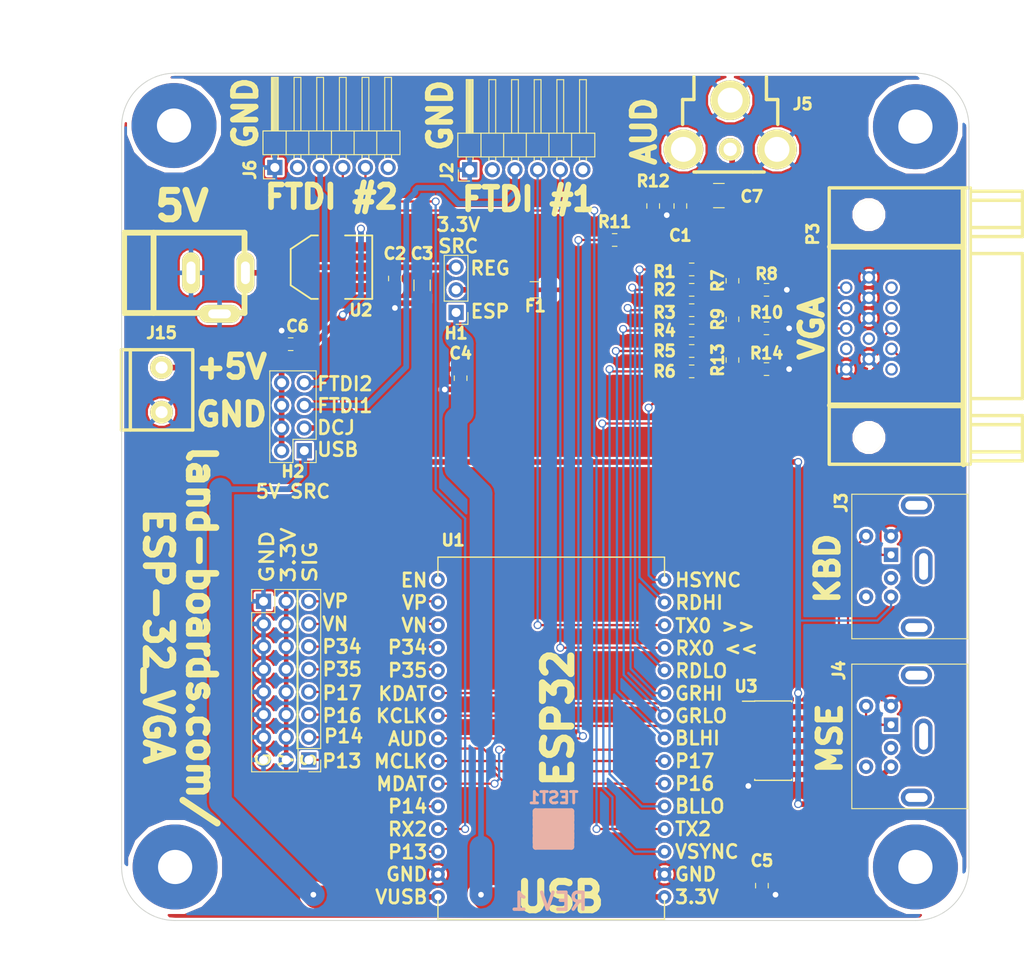
<source format=kicad_pcb>
(kicad_pcb (version 20171130) (host pcbnew "(5.0.2)-1")
  (title_block (title Blue-Pill-Hub) (date 2019-03-03) (rev 2) (company land-boards.com))
  (layers (0 F.Cu signal) (31 B.Cu signal) (36 B.SilkS user) (37 F.SilkS user) (38 B.Mask user) (39 F.Mask user) (44 Edge.Cuts user))
  (net 0 "")
  (net 1 +5V)
  (net 2 GND)
  (net 3 +3V3)
  (net 4 /VO3)
  (net 5 /DCIN)
  (net 6 /GP13)
  (net 7 /GP14)
  (net 8 /GP35)
  (net 9 /GP34)
  (net 10 /TX0)
  (net 11 /RX0)
  (net 12 /TX2)
  (net 13 /EN)
  (net 14 /VP)
  (net 15 /VN)
  (net 16 /VUSB)
  (net 17 "Net-(F1-Pad2)")
  (net 18 "Net-(C1-Pad1)")
  (net 19 "Net-(C7-Pad2)")
  (net 20 /ESP3V)
  (net 21 /FTDI5V0)
  (net 22 /FTDI5V2)
  (net 23 "Net-(J3-Pad1)")
  (net 24 "Net-(J3-Pad5)")
  (net 25 "Net-(J4-Pad5)")
  (net 26 "Net-(J4-Pad1)")
  (net 27 "Net-(P3-Pad3)")
  (net 28 "Net-(P3-Pad2)")
  (net 29 "Net-(P3-Pad1)")
  (net 30 /HSYNC)
  (net 31 /VSYNC)
  (net 32 /REDHI)
  (net 33 /REDLO)
  (net 34 /GRNHI)
  (net 35 /GRNLO)
  (net 36 /BLUHI)
  (net 37 /BLULO)
  (net 38 /AUDIO)
  (net 39 /KBDAT)
  (net 40 /KBCLK)
  (net 41 /MSECLK)
  (net 42 /MSEDAT)
  (net 43 /RX2)
  (net 44 "Net-(J2-Pad6)")
  (net 45 "Net-(J2-Pad2)")
  (net 46 "Net-(J3-Pad2)")
  (net 47 "Net-(J3-Pad6)")
  (net 48 "Net-(J4-Pad6)")
  (net 49 "Net-(J4-Pad2)")
  (net 50 "Net-(J6-Pad2)")
  (net 51 "Net-(J6-Pad6)")
  (net 52 "Net-(P3-Pad4)")
  (net 53 "Net-(P3-Pad9)")
  (net 54 "Net-(P3-Pad11)")
  (net 55 "Net-(P3-Pad12)")
  (net 56 "Net-(P3-Pad15)")
  (net 57 /GP16)
  (net 58 /GP17)
  (net 59 "Net-(R2-Pad1)")
  (net 60 "Net-(R10-Pad2)")
  (net 61 "Net-(R13-Pad1)")
  (module Resistor_SMD:R_0805_2012Metric_Pad1.15x1.40mm_HandSolder (layer F.Cu) (at 65.278 28.702 180)
    (fp_text reference R11 (at 0 2.032 180) (layer F.SilkS) (effects (font (size 1.27 1.27) (thickness 0.3175))))
    (fp_text value 270)
    (pad 1 smd roundrect (at -1.025 0 180) (size 1.15 1.4) (layers F.Cu F.Paste F.Mask) (roundrect_rratio 0.217391) (net 18 "Net-(C1-Pad1)"))
    (pad 2 smd roundrect (at 1.025 0 180) (size 1.15 1.4) (layers F.Cu F.Paste F.Mask) (roundrect_rratio 0.217391) (net 38 /AUDIO))
  )
  (module LandBoards_SMD_Packages:SOT223 (layer F.Cu) (at 33.528 31.75 90)
    (fp_text reference U2 (at -4.826 3.302 180) (layer F.SilkS) (effects (font (size 1.27 1.27) (thickness 0.3175))))
    (fp_text value AP1117 hide)
    (pad 4 smd rect (at 0 -3.302 90) (size 3.6576 2.032) (layers F.Cu F.Mask) (net 4 /VO3))
    (pad 2 smd rect (at 0 3.302 90) (size 1.016 2.032) (layers F.Cu F.Mask) (net 4 /VO3))
    (pad 3 smd rect (at 2.286 3.302 90) (size 1.016 2.032) (layers F.Cu F.Mask) (net 1 +5V))
    (pad 1 smd rect (at -2.286 3.302 90) (size 1.016 2.032) (layers F.Cu F.Mask) (net 2 GND))
  )
  (module LandBoards_Conns:TB2-5MM (layer F.Cu) (at 14.478 48.006 90)
    (fp_text reference J15 (at 8.89 0 180) (layer F.SilkS) (effects (font (size 1.27 1.27) (thickness 0.3175))))
    (fp_text value Conn_01x02 hide)
    (pad 2 thru_hole circle (at 5 0 90) (size 2.54 2.54) (drill 1.3589) (layers *.Cu *.Mask F.SilkS) (net 5 /DCIN))
    (pad 1 thru_hole circle (at 0 0 90) (size 2.54 2.54) (drill 1.3589) (layers *.Cu *.Mask F.SilkS) (net 2 GND))
  )
  (module LandBoards_MountHoles:MTG-6-32 (layer F.Cu) (at 15.875 15.875)
    (fp_text reference MTG1 hide)
    (fp_text value MTG_HOLE hide)
    (pad 1 thru_hole circle (at 0 0) (size 9.525 9.525) (drill 3.8354) (layers *.Cu *.Mask) (clearance 0.508))
  )
  (module LandBoards_MountHoles:MTG-6-32 (layer F.Cu) (at 99 99)
    (fp_text reference MTG2 hide)
    (fp_text value MTG_HOLE hide)
    (pad 1 thru_hole circle (at 0 0) (size 9.525 9.525) (drill 3.8354) (layers *.Cu *.Mask) (clearance 0.508))
  )
  (module LandBoards_MountHoles:MTG-6-32 (layer F.Cu) (at 16 99)
    (fp_text reference MTG3 hide)
    (fp_text value MTG_HOLE hide)
    (pad 1 thru_hole circle (at 0 0) (size 9.525 9.525) (drill 3.8354) (layers *.Cu *.Mask) (clearance 0.508))
  )
  (module LandBoards_MountHoles:MTG-6-32 (layer F.Cu) (at 99 16)
    (fp_text reference MTG?1 hide)
    (fp_text value MTG_HOLE hide)
    (pad 1 thru_hole circle (at 0 0) (size 9.525 9.525) (drill 3.8354) (layers *.Cu *.Mask) (clearance 0.508))
  )
  (module LandBoards_BoardOutlines:ESP32_EXP (layer F.Cu) (at 58.166 102.362 180)
    (fp_text reference U1 (at 11 40 180) (layer F.SilkS) (effects (font (size 1.27 1.27) (thickness 0.3175))))
    (fp_text value ESP32)
    (pad 1 thru_hole circle (at -12.7 0 180) (size 1.524 1.524) (drill 0.762) (layers *.Cu *.Mask) (net 20 /ESP3V))
    (pad 2 thru_hole circle (at -12.7 2.54 180) (size 1.524 1.524) (drill 0.762) (layers *.Cu *.Mask) (net 2 GND))
    (pad 3 thru_hole circle (at -12.7 5.08 180) (size 1.524 1.524) (drill 0.762) (layers *.Cu *.Mask) (net 31 /VSYNC))
    (pad 4 thru_hole circle (at -12.7 7.62 180) (size 1.524 1.524) (drill 0.762) (layers *.Cu *.Mask) (net 12 /TX2))
    (pad 5 thru_hole circle (at -12.7 10.16 180) (size 1.524 1.524) (drill 0.762) (layers *.Cu *.Mask) (net 37 /BLULO))
    (pad 6 thru_hole circle (at -12.7 12.7 180) (size 1.524 1.524) (drill 0.762) (layers *.Cu *.Mask) (net 57 /GP16))
    (pad 7 thru_hole circle (at -12.7 15.24 180) (size 1.524 1.524) (drill 0.762) (layers *.Cu *.Mask) (net 58 /GP17))
    (pad 8 thru_hole circle (at -12.7 17.78 180) (size 1.524 1.524) (drill 0.762) (layers *.Cu *.Mask) (net 36 /BLUHI))
    (pad 9 thru_hole circle (at -12.7 20.32 180) (size 1.524 1.524) (drill 0.762) (layers *.Cu *.Mask) (net 35 /GRNLO))
    (pad 10 thru_hole circle (at -12.7 22.86 180) (size 1.524 1.524) (drill 0.762) (layers *.Cu *.Mask) (net 34 /GRNHI))
    (pad 11 thru_hole circle (at -12.7 25.4 180) (size 1.524 1.524) (drill 0.762) (layers *.Cu *.Mask) (net 33 /REDLO))
    (pad 12 thru_hole circle (at -12.7 27.94 180) (size 1.524 1.524) (drill 0.762) (layers *.Cu *.Mask) (net 11 /RX0))
    (pad 13 thru_hole circle (at -12.7 30.48 180) (size 1.524 1.524) (drill 0.762) (layers *.Cu *.Mask) (net 10 /TX0))
    (pad 14 thru_hole circle (at -12.7 33.02 180) (size 1.524 1.524) (drill 0.762) (layers *.Cu *.Mask) (net 32 /REDHI))
    (pad 15 thru_hole circle (at -12.7 35.56 180) (size 1.524 1.524) (drill 0.762) (layers *.Cu *.Mask) (net 30 /HSYNC))
    (pad 16 thru_hole circle (at 12.7 35.56 180) (size 1.524 1.524) (drill 0.762) (layers *.Cu *.Mask) (net 13 /EN))
    (pad 17 thru_hole circle (at 12.7 33.02 180) (size 1.524 1.524) (drill 0.762) (layers *.Cu *.Mask) (net 14 /VP))
    (pad 18 thru_hole circle (at 12.7 30.48 180) (size 1.524 1.524) (drill 0.762) (layers *.Cu *.Mask) (net 15 /VN))
    (pad 19 thru_hole circle (at 12.7 27.94 180) (size 1.524 1.524) (drill 0.762) (layers *.Cu *.Mask) (net 9 /GP34))
    (pad 20 thru_hole circle (at 12.7 25.4 180) (size 1.524 1.524) (drill 0.762) (layers *.Cu *.Mask) (net 8 /GP35))
    (pad 21 thru_hole circle (at 12.7 22.86 180) (size 1.524 1.524) (drill 0.762) (layers *.Cu *.Mask) (net 39 /KBDAT))
    (pad 22 thru_hole circle (at 12.7 20.32 180) (size 1.524 1.524) (drill 0.762) (layers *.Cu *.Mask) (net 40 /KBCLK))
    (pad 23 thru_hole circle (at 12.7 17.78 180) (size 1.524 1.524) (drill 0.762) (layers *.Cu *.Mask) (net 38 /AUDIO))
    (pad 24 thru_hole circle (at 12.7 15.24 180) (size 1.524 1.524) (drill 0.762) (layers *.Cu *.Mask) (net 41 /MSECLK))
    (pad 25 thru_hole circle (at 12.7 12.7 180) (size 1.524 1.524) (drill 0.762) (layers *.Cu *.Mask) (net 42 /MSEDAT))
    (pad 26 thru_hole circle (at 12.7 10.16 180) (size 1.524 1.524) (drill 0.762) (layers *.Cu *.Mask) (net 7 /GP14))
    (pad 27 thru_hole circle (at 12.7 7.62 180) (size 1.524 1.524) (drill 0.762) (layers *.Cu *.Mask) (net 43 /RX2))
    (pad 28 thru_hole circle (at 12.7 5.08 180) (size 1.524 1.524) (drill 0.762) (layers *.Cu *.Mask) (net 6 /GP13))
    (pad 29 thru_hole circle (at 12.7 2.54 180) (size 1.524 1.524) (drill 0.762) (layers *.Cu *.Mask) (net 2 GND))
    (pad 30 thru_hole circle (at 12.7 0 180) (size 1.524 1.524) (drill 0.762) (layers *.Cu *.Mask) (net 16 /VUSB))
  )
  (module Fuse:Fuse_1206_3216Metric_Pad1.42x1.75mm_HandSolder (layer F.Cu) (at 56.388 34.29 180)
    (fp_text reference F1 (at 0 -1.82 180) (layer F.SilkS) (effects (font (size 1.27 1.27) (thickness 0.3175))))
    (fp_text value Polyfuse_Small)
    (pad 1 smd roundrect (at -1.4875 0 180) (size 1.425 1.75) (layers F.Cu F.Paste F.Mask) (roundrect_rratio 0.175439) (net 3 +3V3))
    (pad 2 smd roundrect (at 1.4875 0 180) (size 1.425 1.75) (layers F.Cu F.Paste F.Mask) (roundrect_rratio 0.175439) (net 17 "Net-(F1-Pad2)"))
  )
  (module LandBoards_Conns:DCJ-NEW-Slotted (layer F.Cu) (at 17.78 32.385)
    (fp_text reference J1 hide)
    (fp_text value DCJ0202 hide)
    (pad 2 thru_hole oval (at 0 0) (size 2 4.6) (drill oval 1 2.54) (layers *.Cu *.Mask F.SilkS) (net 2 GND))
    (pad 1 thru_hole oval (at 6.1 0) (size 2 4.6) (drill oval 1 2.54) (layers *.Cu *.Mask F.SilkS) (net 5 /DCIN))
    (pad 3 thru_hole oval (at 3.2 4.6) (size 4.6 2) (drill oval 2.54 1) (layers *.Cu *.Mask F.SilkS) (net 2 GND))
  )
  (module Connector_PinHeader_2.54mm:PinHeader_1x03_P2.54mm_Vertical (layer F.Cu) (at 47.498 36.83 180)
    (fp_text reference H1 (at 0 -2.33 180) (layer F.SilkS) (effects (font (size 1.27 1.27) (thickness 0.3175))))
    (fp_text value Conn_01x03)
    (pad 1 thru_hole rect (at 0 0 180) (size 1.7 1.7) (drill 1) (layers *.Cu *.Mask) (net 20 /ESP3V))
    (pad 2 thru_hole oval (at 0 2.54 180) (size 1.7 1.7) (drill 1) (layers *.Cu *.Mask) (net 17 "Net-(F1-Pad2)"))
    (pad 3 thru_hole oval (at 0 5.08 180) (size 1.7 1.7) (drill 1) (layers *.Cu *.Mask) (net 4 /VO3))
  )
  (module Connector_PinHeader_2.54mm:PinHeader_2x04_P2.54mm_Vertical (layer F.Cu) (at 30.48 52.324 180)
    (fp_text reference H2 (at 1.27 -2.33 180) (layer F.SilkS) (effects (font (size 1.27 1.27) (thickness 0.3175))))
    (fp_text value Conn_02x04_Odd_Even)
    (pad 1 thru_hole rect (at 0 0 180) (size 1.7 1.7) (drill 1) (layers *.Cu *.Mask) (net 16 /VUSB))
    (pad 2 thru_hole oval (at 2.54 0 180) (size 1.7 1.7) (drill 1) (layers *.Cu *.Mask) (net 1 +5V))
    (pad 3 thru_hole oval (at 0 2.54 180) (size 1.7 1.7) (drill 1) (layers *.Cu *.Mask) (net 5 /DCIN))
    (pad 4 thru_hole oval (at 2.54 2.54 180) (size 1.7 1.7) (drill 1) (layers *.Cu *.Mask) (net 1 +5V))
    (pad 5 thru_hole oval (at 0 5.08 180) (size 1.7 1.7) (drill 1) (layers *.Cu *.Mask) (net 21 /FTDI5V0))
    (pad 6 thru_hole oval (at 2.54 5.08 180) (size 1.7 1.7) (drill 1) (layers *.Cu *.Mask) (net 1 +5V))
    (pad 7 thru_hole oval (at 0 7.62 180) (size 1.7 1.7) (drill 1) (layers *.Cu *.Mask) (net 22 /FTDI5V2))
    (pad 8 thru_hole oval (at 2.54 7.62 180) (size 1.7 1.7) (drill 1) (layers *.Cu *.Mask) (net 1 +5V))
  )
  (module LandBoards_Conns:DB_15F-VGA-fixed (layer F.Cu) (at 97.79 38.354 90)
    (fp_text reference P3 (at 10.3124 -10.287 90) (layer F.SilkS) (effects (font (size 1.27 1.27) (thickness 0.3175))))
    (fp_text value VGA (at -0.254 -10.414 90) (layer F.SilkS) (effects (font (size 2.54 2.54) (thickness 0.635))))
    (pad "" np_thru_hole circle (at 12.49426 -4.01066 90) (size 3.2 3.2) (drill 3.2) (layers *.Cu *.Mask F.SilkS))
    (pad 3 thru_hole circle (at -0.2667 -6.55066 90) (size 1.397 1.397) (drill 0.889) (layers *.Cu *.Mask) (net 27 "Net-(P3-Pad3)"))
    (pad 2 thru_hole circle (at 2.0193 -6.55066 90) (size 1.397 1.397) (drill 0.9144) (layers *.Cu *.Mask) (net 28 "Net-(P3-Pad2)"))
    (pad 1 thru_hole circle (at 4.31038 -6.55066 90) (size 1.397 1.397) (drill 0.9144) (layers *.Cu *.Mask) (net 29 "Net-(P3-Pad1)"))
    (pad 4 thru_hole circle (at -2.56032 -6.55066 90) (size 1.397 1.397) (drill 0.9144) (layers *.Cu *.Mask) (net 52 "Net-(P3-Pad4)"))
    (pad 5 thru_hole circle (at -4.84886 -6.55066 90) (size 1.397 1.397) (drill 0.9144) (layers *.Cu *.Mask) (net 2 GND))
    (pad 9 thru_hole circle (at -1.41478 -4.01066 90) (size 1.397 1.397) (drill 0.9144) (layers *.Cu *.Mask) (net 53 "Net-(P3-Pad9)"))
    (pad 8 thru_hole circle (at 0.87376 -4.01066 90) (size 1.397 1.397) (drill 0.9144) (layers *.Cu *.Mask) (net 2 GND))
    (pad 7 thru_hole circle (at 3.16484 -4.01066 90) (size 1.397 1.397) (drill 0.9144) (layers *.Cu *.Mask) (net 2 GND))
    (pad 6 thru_hole circle (at 5.45592 -4.01066 90) (size 1.397 1.397) (drill 0.9144) (layers *.Cu *.Mask) (net 2 GND))
    (pad "" np_thru_hole circle (at -12.49426 -4.01066 90) (size 3.2 3.2) (drill 3.2) (layers *.Cu *.Mask F.SilkS))
    (pad 10 thru_hole circle (at -3.70586 -4.01066 90) (size 1.397 1.397) (drill 0.9144) (layers *.Cu *.Mask) (net 2 GND))
    (pad 11 thru_hole circle (at 4.31038 -1.47066 90) (size 1.397 1.397) (drill 0.9144) (layers *.Cu *.Mask) (net 54 "Net-(P3-Pad11)"))
    (pad 12 thru_hole circle (at 2.0193 -1.47066 90) (size 1.397 1.397) (drill 0.9144) (layers *.Cu *.Mask) (net 55 "Net-(P3-Pad12)"))
    (pad 13 thru_hole circle (at -0.26924 -1.4732 90) (size 1.397 1.397) (drill 0.9144) (layers *.Cu *.Mask) (net 30 /HSYNC))
    (pad 14 thru_hole circle (at -2.56032 -1.47066 90) (size 1.397 1.397) (drill 0.9144) (layers *.Cu *.Mask) (net 31 /VSYNC))
    (pad 15 thru_hole circle (at -4.84886 -1.47066 90) (size 1.397 1.397) (drill 0.9144) (layers *.Cu *.Mask) (net 56 "Net-(P3-Pad15)"))
  )
  (module Connector_PinHeader_2.54mm:PinHeader_1x08_P2.54mm_Vertical (layer F.Cu) (at 30.988 86.995 180)
    (fp_text reference P4 hide)
    (fp_text value Conn_01x08)
    (pad 1 thru_hole rect (at 0 0 180) (size 1.7 1.7) (drill 1) (layers *.Cu *.Mask) (net 6 /GP13))
    (pad 2 thru_hole oval (at 0 2.54 180) (size 1.7 1.7) (drill 1) (layers *.Cu *.Mask) (net 7 /GP14))
    (pad 3 thru_hole oval (at 0 5.08 180) (size 1.7 1.7) (drill 1) (layers *.Cu *.Mask) (net 57 /GP16))
    (pad 4 thru_hole oval (at 0 7.62 180) (size 1.7 1.7) (drill 1) (layers *.Cu *.Mask) (net 58 /GP17))
    (pad 5 thru_hole oval (at 0 10.16 180) (size 1.7 1.7) (drill 1) (layers *.Cu *.Mask) (net 8 /GP35))
    (pad 6 thru_hole oval (at 0 12.7 180) (size 1.7 1.7) (drill 1) (layers *.Cu *.Mask) (net 9 /GP34))
    (pad 7 thru_hole oval (at 0 15.24 180) (size 1.7 1.7) (drill 1) (layers *.Cu *.Mask) (net 15 /VN))
    (pad 8 thru_hole oval (at 0 17.78 180) (size 1.7 1.7) (drill 1) (layers *.Cu *.Mask) (net 14 /VP))
  )
  (module Resistor_SMD:R_0805_2012Metric_Pad1.15x1.40mm_HandSolder (layer F.Cu) (at 73.914 32.004 180)
    (fp_text reference R1 (at 3.048 -0.254 180) (layer F.SilkS) (effects (font (size 1.27 1.27) (thickness 0.3175))))
    (fp_text value 1K)
    (pad 1 smd roundrect (at -1.025 0 180) (size 1.15 1.4) (layers F.Cu F.Paste F.Mask) (roundrect_rratio 0.217391) (net 29 "Net-(P3-Pad1)"))
    (pad 2 smd roundrect (at 1.025 0 180) (size 1.15 1.4) (layers F.Cu F.Paste F.Mask) (roundrect_rratio 0.217391) (net 32 /REDHI))
  )
  (module Resistor_SMD:R_0805_2012Metric_Pad1.15x1.40mm_HandSolder (layer F.Cu) (at 73.914 34.29 180)
    (fp_text reference R2 (at 3.048 0 180) (layer F.SilkS) (effects (font (size 1.27 1.27) (thickness 0.3175))))
    (fp_text value 680)
    (pad 2 smd roundrect (at 1.025 0 180) (size 1.15 1.4) (layers F.Cu F.Paste F.Mask) (roundrect_rratio 0.217391) (net 33 /REDLO))
    (pad 1 smd roundrect (at -1.025 0 180) (size 1.15 1.4) (layers F.Cu F.Paste F.Mask) (roundrect_rratio 0.217391) (net 59 "Net-(R2-Pad1)"))
  )
  (module Resistor_SMD:R_0805_2012Metric_Pad1.15x1.40mm_HandSolder (layer F.Cu) (at 73.914 36.576 180)
    (fp_text reference R3 (at 3.048 -0.254 180) (layer F.SilkS) (effects (font (size 1.27 1.27) (thickness 0.3175))))
    (fp_text value 470)
    (pad 1 smd roundrect (at -1.025 0 180) (size 1.15 1.4) (layers F.Cu F.Paste F.Mask) (roundrect_rratio 0.217391) (net 28 "Net-(P3-Pad2)"))
    (pad 2 smd roundrect (at 1.025 0 180) (size 1.15 1.4) (layers F.Cu F.Paste F.Mask) (roundrect_rratio 0.217391) (net 34 /GRNHI))
  )
  (module Resistor_SMD:R_0805_2012Metric_Pad1.15x1.40mm_HandSolder (layer F.Cu) (at 73.914 38.862 180)
    (fp_text reference R4 (at 3.048 0 180) (layer F.SilkS) (effects (font (size 1.27 1.27) (thickness 0.3175))))
    (fp_text value 680)
    (pad 2 smd roundrect (at 1.025 0 180) (size 1.15 1.4) (layers F.Cu F.Paste F.Mask) (roundrect_rratio 0.217391) (net 35 /GRNLO))
    (pad 1 smd roundrect (at -1.025 0 180) (size 1.15 1.4) (layers F.Cu F.Paste F.Mask) (roundrect_rratio 0.217391) (net 60 "Net-(R10-Pad2)"))
  )
  (module Resistor_SMD:R_0805_2012Metric_Pad1.15x1.40mm_HandSolder (layer F.Cu) (at 73.914 41.148 180)
    (fp_text reference R5 (at 3.048 0 180) (layer F.SilkS) (effects (font (size 1.27 1.27) (thickness 0.3175))))
    (fp_text value 470)
    (pad 2 smd roundrect (at 1.025 0 180) (size 1.15 1.4) (layers F.Cu F.Paste F.Mask) (roundrect_rratio 0.217391) (net 36 /BLUHI))
    (pad 1 smd roundrect (at -1.025 0 180) (size 1.15 1.4) (layers F.Cu F.Paste F.Mask) (roundrect_rratio 0.217391) (net 27 "Net-(P3-Pad3)"))
  )
  (module Resistor_SMD:R_0805_2012Metric_Pad1.15x1.40mm_HandSolder (layer F.Cu) (at 73.914 43.434 180)
    (fp_text reference R6 (at 3.048 0 180) (layer F.SilkS) (effects (font (size 1.27 1.27) (thickness 0.3175))))
    (fp_text value 680)
    (pad 1 smd roundrect (at -1.025 0 180) (size 1.15 1.4) (layers F.Cu F.Paste F.Mask) (roundrect_rratio 0.217391) (net 61 "Net-(R13-Pad1)"))
    (pad 2 smd roundrect (at 1.025 0 180) (size 1.15 1.4) (layers F.Cu F.Paste F.Mask) (roundrect_rratio 0.217391) (net 37 /BLULO))
  )
  (module Resistor_SMD:R_0805_2012Metric_Pad1.15x1.40mm_HandSolder (layer F.Cu) (at 69.596 24.892 90)
    (fp_text reference R12 (at 2.794 0 180) (layer F.SilkS) (effects (font (size 1.27 1.27) (thickness 0.3175))))
    (fp_text value 150)
    (pad 2 smd roundrect (at 1.025 0 90) (size 1.15 1.4) (layers F.Cu F.Paste F.Mask) (roundrect_rratio 0.217391) (net 18 "Net-(C1-Pad1)"))
    (pad 1 smd roundrect (at -1.025 0 90) (size 1.15 1.4) (layers F.Cu F.Paste F.Mask) (roundrect_rratio 0.217391) (net 2 GND))
  )
  (module LandBoards_Marking:TEST_BLK-REAR (layer F.Cu) (at 58.42 94.742)
    (fp_text reference TEST1 (at 0 -3.5) (layer B.SilkS) (effects (font (size 1.27 1.27) (thickness 0.3175)) (justify mirror)))
    (fp_text value COUPON hide)
  )
  (module Package_SO:SOIC-14_3.9x8.7mm_P1.27mm (layer F.Cu) (at 83.058 84.836)
    (fp_text reference U3 (at -3.048 -6.096) (layer F.SilkS) (effects (font (size 1.27 1.27) (thickness 0.3175))))
    (fp_text value TXS0104)
    (pad 1 smd rect (at -2.7 -3.81) (size 1.5 0.6) (layers F.Cu F.Paste F.Mask) (net 3 +3V3))
    (pad 2 smd rect (at -2.7 -2.54) (size 1.5 0.6) (layers F.Cu F.Paste F.Mask) (net 39 /KBDAT))
    (pad 3 smd rect (at -2.7 -1.27) (size 1.5 0.6) (layers F.Cu F.Paste F.Mask) (net 40 /KBCLK))
    (pad 4 smd rect (at -2.7 0) (size 1.5 0.6) (layers F.Cu F.Paste F.Mask) (net 42 /MSEDAT))
    (pad 5 smd rect (at -2.7 1.27) (size 1.5 0.6) (layers F.Cu F.Paste F.Mask) (net 41 /MSECLK))
    (pad 6 smd rect (at -2.7 2.54) (size 1.5 0.6) (layers F.Cu F.Paste F.Mask))
    (pad 7 smd rect (at -2.7 3.81) (size 1.5 0.6) (layers F.Cu F.Paste F.Mask) (net 2 GND))
    (pad 8 smd rect (at 2.7 3.81) (size 1.5 0.6) (layers F.Cu F.Paste F.Mask) (net 3 +3V3))
    (pad 9 smd rect (at 2.7 2.54) (size 1.5 0.6) (layers F.Cu F.Paste F.Mask))
    (pad 10 smd rect (at 2.7 1.27) (size 1.5 0.6) (layers F.Cu F.Paste F.Mask) (net 25 "Net-(J4-Pad5)"))
    (pad 11 smd rect (at 2.7 0) (size 1.5 0.6) (layers F.Cu F.Paste F.Mask) (net 26 "Net-(J4-Pad1)"))
    (pad 12 smd rect (at 2.7 -1.27) (size 1.5 0.6) (layers F.Cu F.Paste F.Mask) (net 24 "Net-(J3-Pad5)"))
    (pad 13 smd rect (at 2.7 -2.54) (size 1.5 0.6) (layers F.Cu F.Paste F.Mask) (net 23 "Net-(J3-Pad1)"))
    (pad 14 smd rect (at 2.7 -3.81) (size 1.5 0.6) (layers F.Cu F.Paste F.Mask) (net 1 +5V))
  )
  (module LandBoards_Conns:Connector_Mini-DIN_Female_6Pin_2rows (layer F.Cu) (at 96.266 64.008 90)
    (fp_text reference J3 (at 5.842 -5.588 90) (layer F.SilkS) (effects (font (size 1.27 1.27) (thickness 0.3175))))
    (fp_text value PS2_DIN6)
    (pad 7 thru_hole oval (at -8.15 2.85 90) (size 2 3.5) (drill oval 1 2.5) (layers *.Cu *.Mask))
    (pad 7 thru_hole oval (at 5.55 2.85 90) (size 2 3.5) (drill oval 1 2.5) (layers *.Cu *.Mask))
    (pad 1 thru_hole rect (at 0 0 90) (size 1.6 1.6) (drill 0.8) (layers *.Cu *.Mask) (net 23 "Net-(J3-Pad1)"))
    (pad 2 thru_hole circle (at -2.6 0 90) (size 1.6 1.6) (drill 0.8) (layers *.Cu *.Mask) (net 46 "Net-(J3-Pad2)"))
    (pad 3 thru_hole circle (at 2.1 0 90) (size 1.6 1.6) (drill 0.8) (layers *.Cu *.Mask) (net 2 GND))
    (pad 4 thru_hole circle (at -4.7 0 90) (size 1.6 1.6) (drill 0.8) (layers *.Cu *.Mask) (net 1 +5V))
    (pad 5 thru_hole circle (at 2.1 -2.8 90) (size 1.6 1.6) (drill 0.8) (layers *.Cu *.Mask) (net 24 "Net-(J3-Pad5)"))
    (pad 6 thru_hole circle (at -4.7 -2.8 90) (size 1.6 1.6) (drill 0.8) (layers *.Cu *.Mask) (net 47 "Net-(J3-Pad6)"))
    (pad 7 thru_hole oval (at -1.3 3.65 90) (size 4 2) (drill oval 3 1) (layers *.Cu *.Mask))
  )
  (module LandBoards_Conns:Connector_Mini-DIN_Female_6Pin_2rows (layer F.Cu) (at 96.266 83.058 90)
    (fp_text reference J4 (at 6.096 -5.842 90) (layer F.SilkS) (effects (font (size 1.27 1.27) (thickness 0.3175))))
    (fp_text value PS2_DIN6)
    (pad 7 thru_hole oval (at -1.3 3.65 90) (size 4 2) (drill oval 3 1) (layers *.Cu *.Mask))
    (pad 6 thru_hole circle (at -4.7 -2.8 90) (size 1.6 1.6) (drill 0.8) (layers *.Cu *.Mask) (net 48 "Net-(J4-Pad6)"))
    (pad 5 thru_hole circle (at 2.1 -2.8 90) (size 1.6 1.6) (drill 0.8) (layers *.Cu *.Mask) (net 25 "Net-(J4-Pad5)"))
    (pad 4 thru_hole circle (at -4.7 0 90) (size 1.6 1.6) (drill 0.8) (layers *.Cu *.Mask) (net 1 +5V))
    (pad 3 thru_hole circle (at 2.1 0 90) (size 1.6 1.6) (drill 0.8) (layers *.Cu *.Mask) (net 2 GND))
    (pad 2 thru_hole circle (at -2.6 0 90) (size 1.6 1.6) (drill 0.8) (layers *.Cu *.Mask) (net 49 "Net-(J4-Pad2)"))
    (pad 1 thru_hole rect (at 0 0 90) (size 1.6 1.6) (drill 0.8) (layers *.Cu *.Mask) (net 26 "Net-(J4-Pad1)"))
    (pad 7 thru_hole oval (at 5.55 2.85 90) (size 2 3.5) (drill oval 1 2.5) (layers *.Cu *.Mask))
    (pad 7 thru_hole oval (at -8.15 2.85 90) (size 2 3.5) (drill oval 1 2.5) (layers *.Cu *.Mask))
  )
  (module Connector_PinHeader_2.54mm:PinHeader_2x08_P2.54mm_Vertical (layer F.Cu) (at 25.908 69.215)
    (fp_text reference P2 hide)
    (fp_text value Conn_02x08_Odd_Even)
    (pad 1 thru_hole rect (at 0 0) (size 1.7 1.7) (drill 1) (layers *.Cu *.Mask) (net 2 GND))
    (pad 2 thru_hole oval (at 2.54 0) (size 1.7 1.7) (drill 1) (layers *.Cu *.Mask) (net 3 +3V3))
    (pad 3 thru_hole oval (at 0 2.54) (size 1.7 1.7) (drill 1) (layers *.Cu *.Mask) (net 2 GND))
    (pad 4 thru_hole oval (at 2.54 2.54) (size 1.7 1.7) (drill 1) (layers *.Cu *.Mask) (net 3 +3V3))
    (pad 5 thru_hole oval (at 0 5.08) (size 1.7 1.7) (drill 1) (layers *.Cu *.Mask) (net 2 GND))
    (pad 6 thru_hole oval (at 2.54 5.08) (size 1.7 1.7) (drill 1) (layers *.Cu *.Mask) (net 3 +3V3))
    (pad 7 thru_hole oval (at 0 7.62) (size 1.7 1.7) (drill 1) (layers *.Cu *.Mask) (net 2 GND))
    (pad 8 thru_hole oval (at 2.54 7.62) (size 1.7 1.7) (drill 1) (layers *.Cu *.Mask) (net 3 +3V3))
    (pad 9 thru_hole oval (at 0 10.16) (size 1.7 1.7) (drill 1) (layers *.Cu *.Mask) (net 2 GND))
    (pad 10 thru_hole oval (at 2.54 10.16) (size 1.7 1.7) (drill 1) (layers *.Cu *.Mask) (net 3 +3V3))
    (pad 11 thru_hole oval (at 0 12.7) (size 1.7 1.7) (drill 1) (layers *.Cu *.Mask) (net 2 GND))
    (pad 12 thru_hole oval (at 2.54 12.7) (size 1.7 1.7) (drill 1) (layers *.Cu *.Mask) (net 3 +3V3))
    (pad 13 thru_hole oval (at 0 15.24) (size 1.7 1.7) (drill 1) (layers *.Cu *.Mask) (net 2 GND))
    (pad 14 thru_hole oval (at 2.54 15.24) (size 1.7 1.7) (drill 1) (layers *.Cu *.Mask) (net 3 +3V3))
    (pad 15 thru_hole oval (at 0 17.78) (size 1.7 1.7) (drill 1) (layers *.Cu *.Mask) (net 2 GND))
    (pad 16 thru_hole oval (at 2.54 17.78) (size 1.7 1.7) (drill 1) (layers *.Cu *.Mask) (net 3 +3V3))
  )
  (module LandBoards_Conns:RCA (layer F.Cu) (at 78.232 18.542)
    (fp_text reference J5 (at 8.128 -5.08 180) (layer F.SilkS) (effects (font (size 1.27 1.27) (thickness 0.3175))))
    (fp_text value RCA-JACK hide)
    (pad 1 thru_hole circle (at 0 -5.5118) (size 4.445 4.445) (drill 2.794) (layers *.Cu *.Mask F.SilkS) (net 2 GND))
    (pad 2 thru_hole circle (at -5.2451 0) (size 4.445 4.445) (drill 2.794) (layers *.Cu *.Mask F.SilkS) (net 2 GND))
    (pad 3 thru_hole circle (at 5.2451 0) (size 4.445 4.445) (drill 2.794) (layers *.Cu *.Mask F.SilkS) (net 2 GND))
    (pad 4 thru_hole circle (at 0 0) (size 2.54 2.54) (drill 1.4986) (layers *.Cu *.Mask F.SilkS) (net 19 "Net-(C7-Pad2)"))
  )
  (module Connector_PinHeader_2.54mm:PinHeader_1x06_P2.54mm_Horizontal (layer F.Cu) (at 49.022 20.828 90)
    (fp_text reference J2 (at -0.254 -2.54 90) (layer F.SilkS) (effects (font (size 1.27 1.27) (thickness 0.3175))))
    (fp_text value FTDI)
    (pad 6 thru_hole oval (at 0 12.7 90) (size 1.7 1.7) (drill 1) (layers *.Cu *.Mask) (net 44 "Net-(J2-Pad6)"))
    (pad 5 thru_hole oval (at 0 10.16 90) (size 1.7 1.7) (drill 1) (layers *.Cu *.Mask) (net 11 /RX0))
    (pad 4 thru_hole oval (at 0 7.62 90) (size 1.7 1.7) (drill 1) (layers *.Cu *.Mask) (net 10 /TX0))
    (pad 3 thru_hole oval (at 0 5.08 90) (size 1.7 1.7) (drill 1) (layers *.Cu *.Mask) (net 21 /FTDI5V0))
    (pad 2 thru_hole oval (at 0 2.54 90) (size 1.7 1.7) (drill 1) (layers *.Cu *.Mask) (net 45 "Net-(J2-Pad2)"))
    (pad 1 thru_hole rect (at 0 0 90) (size 1.7 1.7) (drill 1) (layers *.Cu *.Mask) (net 2 GND))
  )
  (module Connector_PinHeader_2.54mm:PinHeader_1x06_P2.54mm_Horizontal (layer F.Cu) (at 27.178 20.574 90)
    (fp_text reference J6 (at -0.254 -2.794 90) (layer F.SilkS) (effects (font (size 1.27 1.27) (thickness 0.3175))))
    (fp_text value FTDI)
    (pad 1 thru_hole rect (at 0 0 90) (size 1.7 1.7) (drill 1) (layers *.Cu *.Mask) (net 2 GND))
    (pad 2 thru_hole oval (at 0 2.54 90) (size 1.7 1.7) (drill 1) (layers *.Cu *.Mask) (net 50 "Net-(J6-Pad2)"))
    (pad 3 thru_hole oval (at 0 5.08 90) (size 1.7 1.7) (drill 1) (layers *.Cu *.Mask) (net 22 /FTDI5V2))
    (pad 4 thru_hole oval (at 0 7.62 90) (size 1.7 1.7) (drill 1) (layers *.Cu *.Mask) (net 12 /TX2))
    (pad 5 thru_hole oval (at 0 10.16 90) (size 1.7 1.7) (drill 1) (layers *.Cu *.Mask) (net 43 /RX2))
    (pad 6 thru_hole oval (at 0 12.7 90) (size 1.7 1.7) (drill 1) (layers *.Cu *.Mask) (net 51 "Net-(J6-Pad6)"))
  )
  (module Capacitor_SMD:C_0805_2012Metric_Pad1.15x1.40mm_HandSolder (layer F.Cu) (at 72.644 24.892 270)
    (fp_text reference C1 (at 3.302 0) (layer F.SilkS) (effects (font (size 1.27 1.27) (thickness 0.3175))))
    (fp_text value 0.1uF)
    (pad 1 smd roundrect (at -1.025 0 270) (size 1.15 1.4) (layers F.Cu F.Paste F.Mask) (roundrect_rratio 0.217391) (net 18 "Net-(C1-Pad1)"))
    (pad 2 smd roundrect (at 1.025 0 270) (size 1.15 1.4) (layers F.Cu F.Paste F.Mask) (roundrect_rratio 0.217391) (net 2 GND))
  )
  (module Capacitor_SMD:C_0805_2012Metric_Pad1.15x1.40mm_HandSolder (layer F.Cu) (at 40.64 33.02 270)
    (fp_text reference C2 (at -2.794 0) (layer F.SilkS) (effects (font (size 1.27 1.27) (thickness 0.3175))))
    (fp_text value 0.1uF)
    (pad 2 smd roundrect (at 1.025 0 270) (size 1.15 1.4) (layers F.Cu F.Paste F.Mask) (roundrect_rratio 0.217391) (net 2 GND))
    (pad 1 smd roundrect (at -1.025 0 270) (size 1.15 1.4) (layers F.Cu F.Paste F.Mask) (roundrect_rratio 0.217391) (net 4 /VO3))
  )
  (module Capacitor_SMD:C_1206_3216Metric_Pad1.42x1.75mm_HandSolder (layer F.Cu) (at 43.688 33.782 270)
    (fp_text reference C3 (at -3.556 0) (layer F.SilkS) (effects (font (size 1.27 1.27) (thickness 0.3175))))
    (fp_text value 10uF)
    (pad 1 smd roundrect (at -1.4875 0 270) (size 1.425 1.75) (layers F.Cu F.Paste F.Mask) (roundrect_rratio 0.175439) (net 4 /VO3))
    (pad 2 smd roundrect (at 1.4875 0 270) (size 1.425 1.75) (layers F.Cu F.Paste F.Mask) (roundrect_rratio 0.175439) (net 2 GND))
  )
  (module Capacitor_SMD:C_0805_2012Metric_Pad1.15x1.40mm_HandSolder (layer F.Cu) (at 48.006 44.196 270)
    (fp_text reference C4 (at -2.794 0) (layer F.SilkS) (effects (font (size 1.27 1.27) (thickness 0.3175))))
    (fp_text value 0.1uF)
    (pad 1 smd roundrect (at -1.025 0 270) (size 1.15 1.4) (layers F.Cu F.Paste F.Mask) (roundrect_rratio 0.217391) (net 3 +3V3))
    (pad 2 smd roundrect (at 1.025 0 270) (size 1.15 1.4) (layers F.Cu F.Paste F.Mask) (roundrect_rratio 0.217391) (net 2 GND))
  )
  (module Capacitor_SMD:C_0805_2012Metric_Pad1.15x1.40mm_HandSolder (layer F.Cu) (at 81.788 101.092 270)
    (fp_text reference C5 (at -2.794 0) (layer F.SilkS) (effects (font (size 1.27 1.27) (thickness 0.3175))))
    (fp_text value 0.1uF)
    (pad 2 smd roundrect (at 1.025 0 270) (size 1.15 1.4) (layers F.Cu F.Paste F.Mask) (roundrect_rratio 0.217391) (net 2 GND))
    (pad 1 smd roundrect (at -1.025 0 270) (size 1.15 1.4) (layers F.Cu F.Paste F.Mask) (roundrect_rratio 0.217391) (net 3 +3V3))
  )
  (module Capacitor_SMD:C_0805_2012Metric_Pad1.15x1.40mm_HandSolder (layer F.Cu) (at 28.956 40.386 180)
    (fp_text reference C6 (at -0.762 2.032 180) (layer F.SilkS) (effects (font (size 1.27 1.27) (thickness 0.3175))))
    (fp_text value 0.1uF)
    (pad 1 smd roundrect (at -1.025 0 180) (size 1.15 1.4) (layers F.Cu F.Paste F.Mask) (roundrect_rratio 0.217391) (net 1 +5V))
    (pad 2 smd roundrect (at 1.025 0 180) (size 1.15 1.4) (layers F.Cu F.Paste F.Mask) (roundrect_rratio 0.217391) (net 2 GND))
  )
  (module Capacitor_SMD:C_1210_3225Metric_Pad1.42x2.65mm_HandSolder (layer F.Cu) (at 76.962 23.724566)
    (fp_text reference C7 (at 3.686146 0.102566) (layer F.SilkS) (effects (font (size 1.27 1.27) (thickness 0.3175))))
    (fp_text value CP1)
    (pad 1 smd roundrect (at -1.4875 0) (size 1.425 2.65) (layers F.Cu F.Paste F.Mask) (roundrect_rratio 0.175439) (net 18 "Net-(C1-Pad1)"))
    (pad 2 smd roundrect (at 1.4875 0) (size 1.425 2.65) (layers F.Cu F.Paste F.Mask) (roundrect_rratio 0.175439) (net 19 "Net-(C7-Pad2)"))
  )
  (module Resistor_SMD:R_0805_2012Metric_Pad1.15x1.40mm_HandSolder (layer F.Cu) (at 78.486 33.274 90)
    (fp_text reference R7 (at 0 -1.65 90) (layer F.SilkS) (effects (font (size 1.27 1.27) (thickness 0.3175))))
    (fp_text value 470)
    (pad 2 smd roundrect (at 1.025 0 90) (size 1.15 1.4) (layers F.Cu F.Paste F.Mask) (roundrect_rratio 0.217391) (net 29 "Net-(P3-Pad1)"))
    (pad 1 smd roundrect (at -1.025 0 90) (size 1.15 1.4) (layers F.Cu F.Paste F.Mask) (roundrect_rratio 0.217391) (net 59 "Net-(R2-Pad1)"))
  )
  (module Resistor_SMD:R_0805_2012Metric_Pad1.15x1.40mm_HandSolder (layer F.Cu) (at 82.305 34.29 180)
    (fp_text reference R8 (at 0 1.778 180) (layer F.SilkS) (effects (font (size 1.27 1.27) (thickness 0.3175))))
    (fp_text value 470)
    (pad 1 smd roundrect (at -1.025 0 180) (size 1.15 1.4) (layers F.Cu F.Paste F.Mask) (roundrect_rratio 0.217391) (net 2 GND))
    (pad 2 smd roundrect (at 1.025 0 180) (size 1.15 1.4) (layers F.Cu F.Paste F.Mask) (roundrect_rratio 0.217391) (net 59 "Net-(R2-Pad1)"))
  )
  (module Resistor_SMD:R_0805_2012Metric_Pad1.15x1.40mm_HandSolder (layer F.Cu) (at 78.486 37.592 90)
    (fp_text reference R9 (at 0 -1.65 90) (layer F.SilkS) (effects (font (size 1.27 1.27) (thickness 0.3175))))
    (fp_text value 470)
    (pad 2 smd roundrect (at 1.025 0 90) (size 1.15 1.4) (layers F.Cu F.Paste F.Mask) (roundrect_rratio 0.217391) (net 28 "Net-(P3-Pad2)"))
    (pad 1 smd roundrect (at -1.025 0 90) (size 1.15 1.4) (layers F.Cu F.Paste F.Mask) (roundrect_rratio 0.217391) (net 60 "Net-(R10-Pad2)"))
  )
  (module Resistor_SMD:R_0805_2012Metric_Pad1.15x1.40mm_HandSolder (layer F.Cu) (at 82.296 38.608 180)
    (fp_text reference R10 (at 0 1.778 180) (layer F.SilkS) (effects (font (size 1.27 1.27) (thickness 0.3175))))
    (fp_text value 470)
    (pad 1 smd roundrect (at -1.025 0 180) (size 1.15 1.4) (layers F.Cu F.Paste F.Mask) (roundrect_rratio 0.217391) (net 2 GND))
    (pad 2 smd roundrect (at 1.025 0 180) (size 1.15 1.4) (layers F.Cu F.Paste F.Mask) (roundrect_rratio 0.217391) (net 60 "Net-(R10-Pad2)"))
  )
  (module Resistor_SMD:R_0805_2012Metric_Pad1.15x1.40mm_HandSolder (layer F.Cu) (at 78.486 42.164 90)
    (fp_text reference R13 (at 0 -1.65 90) (layer F.SilkS) (effects (font (size 1.27 1.27) (thickness 0.3175))))
    (fp_text value 470)
    (pad 2 smd roundrect (at 1.025 0 90) (size 1.15 1.4) (layers F.Cu F.Paste F.Mask) (roundrect_rratio 0.217391) (net 27 "Net-(P3-Pad3)"))
    (pad 1 smd roundrect (at -1.025 0 90) (size 1.15 1.4) (layers F.Cu F.Paste F.Mask) (roundrect_rratio 0.217391) (net 61 "Net-(R13-Pad1)"))
  )
  (module Resistor_SMD:R_0805_2012Metric_Pad1.15x1.40mm_HandSolder (layer F.Cu) (at 82.305 43.18 180)
    (fp_text reference R14 (at 0 1.778 180) (layer F.SilkS) (effects (font (size 1.27 1.27) (thickness 0.3175))))
    (fp_text value 470)
    (pad 1 smd roundrect (at -1.025 0 180) (size 1.15 1.4) (layers F.Cu F.Paste F.Mask) (roundrect_rratio 0.217391) (net 2 GND))
    (pad 2 smd roundrect (at 1.025 0 180) (size 1.15 1.4) (layers F.Cu F.Paste F.Mask) (roundrect_rratio 0.217391) (net 61 "Net-(R13-Pad1)"))
  )
  (gr_text GND (at 44.45 99.822) (layer F.SilkS) (effects (font (size 1.5 1.5) (thickness 0.3)) (justify right)))
  (gr_text P17 (at 32.3596 79.502) (layer F.SilkS) (effects (font (size 1.5 1.5) (thickness 0.3)) (justify left)))
  (gr_text P16 (at 32.3596 82.042) (layer F.SilkS) (effects (font (size 1.5 1.5) (thickness 0.3)) (justify left)))
  (gr_text P14 (at 32.512 84.328) (layer F.SilkS) (effects (font (size 1.5 1.5) (thickness 0.3)) (justify left)))
  (gr_text P13 (at 32.318 87.122) (layer F.SilkS) (effects (font (size 1.5 1.5) (thickness 0.3)) (justify left)))
  (gr_text "REG\n\nESP" (at 51.308 34.29) (layer F.SilkS) (effects (font (size 1.5 1.5) (thickness 0.3))))
  (gr_text "3.3V\nSRC" (at 47.752 28.194) (layer F.SilkS) (effects (font (size 1.5 1.5) (thickness 0.3))))
  (gr_text GND (at 45.72 14.732 90) (layer F.SilkS) (effects (font (size 2.54 2.54) (thickness 0.635))))
  (gr_text GND (at 23.876 14.478 90) (layer F.SilkS) (effects (font (size 2.54 2.54) (thickness 0.635))))
  (gr_text AUD (at 68.58 16.51 90) (layer F.SilkS) (effects (font (size 2.54 2.54) (thickness 0.635))))
  (gr_text +5V (at 18.034 42.926) (layer F.SilkS) (effects (font (size 2.54 2.54) (thickness 0.635)) (justify left)))
  (gr_text GND (at 18.034 48.26) (layer F.SilkS) (effects (font (size 2.54 2.54) (thickness 0.635)) (justify left)))
  (gr_text KBD (at 89.154 65.532 90) (layer F.SilkS) (effects (font (size 2.54 2.54) (thickness 0.635))))
  (gr_text MSE (at 89.408 84.582 90) (layer F.SilkS) (effects (font (size 2.54 2.54) (thickness 0.635))))
  (gr_text "GND\n3.3V\nSIG" (at 28.702 67.31 90) (layer F.SilkS) (effects (font (size 1.5 1.905) (thickness 0.3)) (justify left)))
  (gr_text "FTDI #2" (at 33.528 23.876) (layer F.SilkS) (effects (font (size 2.54 2.54) (thickness 0.635))))
  (gr_text VP (at 32.4104 69.1896) (layer F.SilkS) (effects (font (size 1.5 1.5) (thickness 0.3)) (justify left)))
  (gr_text P34 (at 32.3342 74.295) (layer F.SilkS) (effects (font (size 1.5 1.5) (thickness 0.3)) (justify left)))
  (gr_text VN (at 32.3342 71.755) (layer F.SilkS) (effects (font (size 1.5 1.5) (thickness 0.3)) (justify left)))
  (gr_text P35 (at 32.3596 76.835) (layer F.SilkS) (effects (font (size 1.5 1.5) (thickness 0.3)) (justify left)))
  (gr_text VUSB (at 44.45 102.362) (layer F.SilkS) (effects (font (size 1.5 1.5) (thickness 0.3)) (justify right)))
  (gr_text "FTDI2\nFTDI1\nDCJ\nUSB" (at 31.75 48.514) (layer F.SilkS) (effects (font (size 1.524 1.524) (thickness 0.3)) (justify left)))
  (gr_text "5V SRC" (at 29.21 56.896) (layer F.SilkS) (effects (font (size 1.5 1.5) (thickness 0.3))))
  (gr_text EN (at 44.45 66.8528) (layer F.SilkS) (effects (font (size 1.5 1.5) (thickness 0.3)) (justify right)))
  (gr_text VP (at 44.45 69.3674) (layer F.SilkS) (effects (font (size 1.5 1.5) (thickness 0.3)) (justify right)))
  (gr_text VN (at 44.45 71.9074) (layer F.SilkS) (effects (font (size 1.5 1.5) (thickness 0.3)) (justify right)))
  (gr_text S (at 30.988 86.995 90) (layer F.SilkS) (effects (font (size 1.5 1.5) (thickness 0.3))))
  (gr_text G (at 25.908 86.995 90) (layer F.SilkS) (effects (font (size 1.5 1.5) (thickness 0.3))))
  (gr_text V (at 28.448 86.995 90) (layer F.SilkS) (effects (font (size 1.5 1.5) (thickness 0.3))))
  (gr_text P13 (at 44.45 97.3328) (layer F.SilkS) (effects (font (size 1.5 1.5) (thickness 0.3)) (justify right)))
  (gr_text RX2 (at 44.45 94.7674) (layer F.SilkS) (effects (font (size 1.5 1.5) (thickness 0.3)) (justify right)))
  (gr_text P14 (at 44.45 92.202) (layer F.SilkS) (effects (font (size 1.5 1.5) (thickness 0.3)) (justify right)))
  (gr_text MDAT (at 44.4246 89.6874) (layer F.SilkS) (effects (font (size 1.5 1.5) (thickness 0.3)) (justify right)))
  (gr_text MCLK (at 44.45 87.1474) (layer F.SilkS) (effects (font (size 1.5 1.5) (thickness 0.3)) (justify right)))
  (gr_text AUD (at 44.45 84.6328) (layer F.SilkS) (effects (font (size 1.5 1.5) (thickness 0.3)) (justify right)))
  (gr_text KCLK (at 44.45 82.0674) (layer F.SilkS) (effects (font (size 1.5 1.5) (thickness 0.3)) (justify right)))
  (gr_text KDAT (at 44.4246 79.5782) (layer F.SilkS) (effects (font (size 1.5 1.5) (thickness 0.3)) (justify right)))
  (gr_text P35 (at 44.45 76.962) (layer F.SilkS) (effects (font (size 1.5 1.5) (thickness 0.3)) (justify right)))
  (gr_text P34 (at 44.4246 74.3712) (layer F.SilkS) (effects (font (size 1.5 1.5) (thickness 0.3)) (justify right)))
  (gr_text VSYNC (at 71.882 97.282) (layer F.SilkS) (effects (font (size 1.5 1.5) (thickness 0.3)) (justify left)))
  (gr_text TX2 (at 71.882 94.742) (layer F.SilkS) (effects (font (size 1.5 1.5) (thickness 0.3)) (justify left)))
  (gr_text BLLO (at 71.882 92.202) (layer F.SilkS) (effects (font (size 1.5 1.5) (thickness 0.3)) (justify left)))
  (gr_text P16 (at 71.882 89.662) (layer F.SilkS) (effects (font (size 1.5 1.5) (thickness 0.3)) (justify left)))
  (gr_text P17 (at 71.882 87.122) (layer F.SilkS) (effects (font (size 1.5 1.5) (thickness 0.3)) (justify left)))
  (gr_text BLHI (at 71.8566 84.5566) (layer F.SilkS) (effects (font (size 1.5 1.5) (thickness 0.3)) (justify left)))
  (gr_text GRLO (at 71.882 82.0674) (layer F.SilkS) (effects (font (size 1.5 1.5) (thickness 0.3)) (justify left)))
  (gr_text GRHI (at 71.882 79.5528) (layer F.SilkS) (effects (font (size 1.5 1.5) (thickness 0.3)) (justify left)))
  (gr_text RDLO (at 71.9074 77.0128) (layer F.SilkS) (effects (font (size 1.5 1.5) (thickness 0.3)) (justify left)))
  (gr_text HSYNC (at 71.882 66.8274) (layer F.SilkS) (effects (font (size 1.5 1.5) (thickness 0.3)) (justify left)))
  (gr_text 3.3V (at 71.882 102.362) (layer F.SilkS) (effects (font (size 1.5 1.5) (thickness 0.3)) (justify left)))
  (gr_text "RX0 <<" (at 71.9074 74.4728) (layer F.SilkS) (effects (font (size 1.5 1.5) (thickness 0.3)) (justify left)))
  (gr_text RDHI (at 71.9074 69.3674) (layer F.SilkS) (effects (font (size 1.5 1.5) (thickness 0.3)) (justify left)))
  (gr_text GND (at 71.882 99.822) (layer F.SilkS) (effects (font (size 1.5 1.5) (thickness 0.3)) (justify left)))
  (gr_text "TX0 >>" (at 71.9074 71.9582) (layer F.SilkS) (effects (font (size 1.5 1.5) (thickness 0.3)) (justify left)))
  (gr_text "FTDI #1" (at 55.626 24.13) (layer F.SilkS) (effects (font (size 2.54 2.54) (thickness 0.635))))
  (gr_text USB (at 59.182 102.362) (layer F.SilkS) (effects (font (size 3.175 3.175) (thickness 0.79375))))
  (gr_text ESP32 (at 58.928 82.296 90) (layer F.SilkS) (effects (font (size 3.175 3.175) (thickness 0.79375))))
  (gr_text 5V (at 16.764 24.892) (layer F.SilkS) (effects (font (size 3.175 3.175) (thickness 0.79375))))
  (gr_text "REV 1" (at 57.912 102.87) (layer B.SilkS) (effects (font (size 1.905 1.905) (thickness 0.381)) (justify mirror)))
  (gr_line (start 10 99) (end 10 16) (angle 90) (layer Edge.Cuts) (width 0.1))
  (gr_line (start 99 105) (end 16 105) (angle 90) (layer Edge.Cuts) (width 0.1))
  (gr_line (start 105 16) (end 105 99) (angle 90) (layer Edge.Cuts) (width 0.1))
  (gr_line (start 16 10) (end 99 10) (angle 90) (layer Edge.Cuts) (width 0.1))
  (gr_arc (start 16 99) (end 16 105) (angle 90) (layer Edge.Cuts) (width 0.1))
  (gr_arc (start 99 99) (end 105 99) (angle 90) (layer Edge.Cuts) (width 0.1))
  (gr_arc (start 99 16) (end 99 10) (angle 90) (layer Edge.Cuts) (width 0.1))
  (gr_arc (start 16 16) (end 10 16) (angle 90) (layer Edge.Cuts) (width 0.1))
  (gr_text "land-boards.com/\nESP-32_VGA" (at 16.51 73.152 270) (layer F.SilkS) (effects (font (size 3 3) (thickness 0.75))))
  (via (at 85.852 53.594) (size 0.889) (drill 0.635) (layers F.Cu B.Cu) (net 1))
  (via (at 85.852 91.948) (size 0.889) (drill 0.635) (layers F.Cu B.Cu) (net 1))
  (segment (start 85.852 91.948) (end 93.98 91.948) (width 0.635) (layer F.Cu) (net 1))
  (segment (start 93.98 90.044) (end 96.266 87.758) (width 0.635) (layer F.Cu) (net 1))
  (segment (start 93.98 91.948) (end 93.98 90.044) (width 0.635) (layer F.Cu) (net 1))
  (via (at 85.852 79.502) (size 0.889) (drill 0.635) (layers F.Cu B.Cu) (net 1))
  (segment (start 85.758 79.596) (end 85.852 79.502) (width 0.254) (layer F.Cu) (net 1))
  (segment (start 85.758 81.026) (end 85.758 79.596) (width 0.254) (layer F.Cu) (net 1))
  (segment (start 85.852 79.502) (end 85.852 91.948) (width 0.635) (layer B.Cu) (net 1))
  (segment (start 96.266 69.83937) (end 94.73137 71.374) (width 0.254) (layer B.Cu) (net 1))
  (segment (start 96.266 68.708) (end 96.266 69.83937) (width 0.254) (layer B.Cu) (net 1))
  (segment (start 94.73137 71.374) (end 85.852 71.374) (width 0.254) (layer B.Cu) (net 1))
  (segment (start 85.852 53.594) (end 85.852 71.374) (width 0.635) (layer B.Cu) (net 1))
  (segment (start 85.852 71.374) (end 85.852 79.502) (width 0.635) (layer B.Cu) (net 1))
  (segment (start 30.226 40.406) (end 30.206 40.386) (width 0.635) (layer F.Cu) (net 1))
  (segment (start 31.591 40.386) (end 33.274 38.703) (width 0.635) (layer F.Cu) (net 1))
  (segment (start 30.206 40.386) (end 31.591 40.386) (width 0.635) (layer F.Cu) (net 1))
  (via (at 34.798 37.084) (size 0.889) (drill 0.635) (layers F.Cu B.Cu) (net 1))
  (segment (start 33.274 38.703) (end 33.274 38.608) (width 0.635) (layer F.Cu) (net 1))
  (segment (start 33.274 38.608) (end 34.798 37.084) (width 0.635) (layer F.Cu) (net 1))
  (via (at 36.83 27.432) (size 0.889) (drill 0.635) (layers F.Cu B.Cu) (net 1))
  (segment (start 34.798 37.084) (end 36.83 35.052) (width 0.635) (layer B.Cu) (net 1))
  (segment (start 36.83 35.052) (end 36.83 27.432) (width 0.635) (layer B.Cu) (net 1))
  (segment (start 36.83 27.432) (end 36.83 29.464) (width 0.635) (layer F.Cu) (net 1))
  (segment (start 27.94 44.704) (end 27.94 42.926) (width 0.635) (layer F.Cu) (net 1))
  (segment (start 27.94 42.926) (end 28.448 42.418) (width 0.635) (layer F.Cu) (net 1))
  (segment (start 28.448 42.418) (end 29.464 42.418) (width 0.635) (layer F.Cu) (net 1))
  (segment (start 30.206 41.676) (end 30.206 40.386) (width 0.635) (layer F.Cu) (net 1))
  (segment (start 29.464 42.418) (end 30.206 41.676) (width 0.635) (layer F.Cu) (net 1))
  (segment (start 27.94 52.324) (end 27.94 49.784) (width 0.635) (layer F.Cu) (net 1))
  (segment (start 27.94 47.244) (end 27.94 49.784) (width 0.635) (layer F.Cu) (net 1))
  (segment (start 27.94 44.704) (end 27.94 47.244) (width 0.635) (layer F.Cu) (net 1))
  (segment (start 34.798 37.084) (end 34.798 46.99) (width 0.635) (layer F.Cu) (net 1))
  (segment (start 41.402 53.594) (end 45.72 53.594) (width 0.635) (layer F.Cu) (net 1))
  (segment (start 34.798 46.99) (end 41.402 53.594) (width 0.635) (layer F.Cu) (net 1))
  (segment (start 85.852 53.594) (end 45.72 53.594) (width 0.635) (layer F.Cu) (net 1))
  (via (at 80.264 89.916) (size 0.889) (drill 0.635) (layers F.Cu B.Cu) (net 2))
  (segment (start 80.358 88.646) (end 80.358 89.822) (width 0.254) (layer F.Cu) (net 2))
  (segment (start 80.358 89.822) (end 80.264 89.916) (width 0.254) (layer F.Cu) (net 2))
  (via (at 40.64 36.322) (size 0.889) (drill 0.635) (layers F.Cu B.Cu) (net 2))
  (segment (start 43.688 35.782) (end 41.18 35.782) (width 0.635) (layer F.Cu) (net 2))
  (segment (start 41.18 35.782) (end 40.64 36.322) (width 0.635) (layer F.Cu) (net 2))
  (segment (start 40.64 36.322) (end 40.64 34.27) (width 0.635) (layer F.Cu) (net 2))
  (segment (start 40.406 34.036) (end 40.64 34.27) (width 0.635) (layer F.Cu) (net 2))
  (segment (start 36.83 34.036) (end 40.406 34.036) (width 0.635) (layer F.Cu) (net 2))
  (via (at 46.228 45.466) (size 0.889) (drill 0.635) (layers F.Cu B.Cu) (net 2))
  (segment (start 48.006 45.446) (end 46.248 45.446) (width 0.635) (layer F.Cu) (net 2))
  (segment (start 46.248 45.446) (end 46.228 45.466) (width 0.635) (layer F.Cu) (net 2))
  (segment (start 46.208 45.446) (end 46.228 45.466) (width 0.635) (layer F.Cu) (net 2))
  (via (at 27.94 38.862) (size 0.889) (drill 0.635) (layers F.Cu B.Cu) (net 2))
  (segment (start 27.931 40.386) (end 27.931 38.871) (width 0.254) (layer F.Cu) (net 2))
  (segment (start 27.931 38.871) (end 27.94 38.862) (width 0.254) (layer F.Cu) (net 2))
  (via (at 83.312 102.108) (size 0.889) (drill 0.635) (layers F.Cu B.Cu) (net 2))
  (segment (start 81.788 102.117) (end 83.303 102.117) (width 0.254) (layer F.Cu) (net 2))
  (segment (start 83.303 102.117) (end 83.312 102.108) (width 0.254) (layer F.Cu) (net 2))
  (via (at 84.582 34.29) (size 0.889) (drill 0.635) (layers F.Cu B.Cu) (net 2))
  (segment (start 83.33 34.29) (end 84.582 34.29) (width 0.254) (layer F.Cu) (net 2))
  (via (at 84.836 38.608) (size 0.889) (drill 0.635) (layers F.Cu B.Cu) (net 2))
  (segment (start 83.321 38.608) (end 84.836 38.608) (width 0.254) (layer F.Cu) (net 2))
  (via (at 84.836 43.18) (size 0.889) (drill 0.635) (layers F.Cu B.Cu) (net 2))
  (segment (start 83.33 43.18) (end 84.836 43.18) (width 0.254) (layer F.Cu) (net 2))
  (via (at 71.12 25.917) (size 0.889) (drill 0.635) (layers F.Cu B.Cu) (net 2))
  (segment (start 72.644 25.917) (end 71.12 25.917) (width 0.254) (layer F.Cu) (net 2))
  (segment (start 69.596 25.917) (end 71.12 25.917) (width 0.254) (layer F.Cu) (net 2))
  (segment (start 35.179 31.75) (end 30.226 31.75) (width 0.635) (layer F.Cu) (net 4))
  (segment (start 40.62 31.75) (end 40.64 31.77) (width 0.635) (layer F.Cu) (net 4))
  (segment (start 36.83 31.75) (end 40.62 31.75) (width 0.635) (layer F.Cu) (net 4))
  (segment (start 43.676 31.77) (end 43.688 31.782) (width 0.635) (layer F.Cu) (net 4))
  (segment (start 40.64 31.77) (end 43.676 31.77) (width 0.635) (layer F.Cu) (net 4))
  (segment (start 47.466 31.782) (end 47.498 31.75) (width 0.635) (layer F.Cu) (net 4))
  (segment (start 43.688 31.782) (end 47.466 31.782) (width 0.635) (layer F.Cu) (net 4))
  (segment (start 36.83 31.75) (end 35.179 31.75) (width 0.635) (layer F.Cu) (net 4))
  (segment (start 32.004 56.642) (end 34.544 54.102) (width 0.635) (layer F.Cu) (net 5))
  (segment (start 34.544 54.102) (end 34.544 51.308) (width 0.635) (layer F.Cu) (net 5))
  (segment (start 33.02 49.784) (end 30.48 49.784) (width 0.635) (layer F.Cu) (net 5))
  (segment (start 34.544 51.308) (end 33.02 49.784) (width 0.635) (layer F.Cu) (net 5))
  (segment (start 25.515 32.385) (end 26.162 33.032) (width 0.635) (layer F.Cu) (net 5))
  (segment (start 23.88 32.385) (end 25.515 32.385) (width 0.635) (layer F.Cu) (net 5))
  (segment (start 26.162 56.134) (end 26.67 56.642) (width 0.635) (layer F.Cu) (net 5))
  (segment (start 26.67 56.642) (end 32.004 56.642) (width 0.635) (layer F.Cu) (net 5))
  (segment (start 26.162 33.032) (end 26.162 35.56) (width 0.635) (layer F.Cu) (net 5))
  (segment (start 26.162 48.006) (end 26.162 56.134) (width 0.635) (layer F.Cu) (net 5))
  (segment (start 26.082 43.006) (end 26.162 42.926) (width 0.635) (layer F.Cu) (net 5))
  (segment (start 14.478 43.006) (end 26.082 43.006) (width 0.635) (layer F.Cu) (net 5))
  (segment (start 26.162 35.56) (end 26.162 42.926) (width 0.635) (layer F.Cu) (net 5))
  (segment (start 26.162 42.926) (end 26.162 48.006) (width 0.635) (layer F.Cu) (net 5))
  (segment (start 45.466 97.282) (end 43.942 97.282) (width 0.254) (layer F.Cu) (net 6))
  (segment (start 33.655 86.995) (end 38.862 92.202) (width 0.254) (layer F.Cu) (net 6))
  (segment (start 30.988 86.995) (end 33.655 86.995) (width 0.254) (layer F.Cu) (net 6))
  (segment (start 43.942 97.282) (end 38.862 92.202) (width 0.254) (layer F.Cu) (net 6))
  (segment (start 45.466 92.202) (end 43.18 92.202) (width 0.254) (layer F.Cu) (net 7))
  (segment (start 35.433 84.455) (end 39.878 88.9) (width 0.254) (layer F.Cu) (net 7))
  (segment (start 30.988 84.455) (end 35.433 84.455) (width 0.254) (layer F.Cu) (net 7))
  (segment (start 43.18 92.202) (end 39.878 88.9) (width 0.254) (layer F.Cu) (net 7))
  (segment (start 45.339 76.835) (end 45.466 76.962) (width 0.254) (layer F.Cu) (net 8))
  (segment (start 30.988 76.835) (end 45.339 76.835) (width 0.254) (layer F.Cu) (net 8))
  (segment (start 45.339 74.295) (end 45.466 74.422) (width 0.254) (layer F.Cu) (net 9))
  (segment (start 30.988 74.295) (end 45.339 74.295) (width 0.254) (layer F.Cu) (net 9))
  (via (at 56.642 71.882) (size 0.889) (drill 0.635) (layers F.Cu B.Cu) (net 10))
  (segment (start 56.642 67.564) (end 56.642 71.882) (width 0.254) (layer B.Cu) (net 10))
  (segment (start 56.642 71.882) (end 60.452 71.882) (width 0.254) (layer F.Cu) (net 10))
  (segment (start 70.866 71.882) (end 60.452 71.882) (width 0.254) (layer F.Cu) (net 10))
  (segment (start 56.642 67.564) (end 56.642 20.828) (width 0.254) (layer B.Cu) (net 10))
  (via (at 59.182 74.422) (size 0.889) (drill 0.635) (layers F.Cu B.Cu) (net 11))
  (segment (start 59.182 20.828) (end 59.182 74.422) (width 0.254) (layer B.Cu) (net 11))
  (segment (start 59.182 74.422) (end 70.866 74.422) (width 0.254) (layer F.Cu) (net 11))
  (via (at 63.246 94.742) (size 0.889) (drill 0.635) (layers F.Cu B.Cu) (net 12))
  (segment (start 70.866 94.742) (end 63.246 94.742) (width 0.254) (layer F.Cu) (net 12))
  (segment (start 63.246 94.742) (end 63.246 53.086) (width 0.254) (layer B.Cu) (net 12))
  (via (at 62.992 25.4) (size 0.889) (drill 0.635) (layers F.Cu B.Cu) (net 12))
  (segment (start 62.992 49.608742) (end 62.992 25.4) (width 0.254) (layer B.Cu) (net 12))
  (segment (start 63.246 53.086) (end 62.992 52.832) (width 0.254) (layer B.Cu) (net 12))
  (segment (start 62.992 25.4) (end 36.83 25.4) (width 0.254) (layer F.Cu) (net 12))
  (segment (start 34.798 23.368) (end 34.798 20.574) (width 0.254) (layer F.Cu) (net 12))
  (segment (start 36.83 25.4) (end 34.798 23.368) (width 0.254) (layer F.Cu) (net 12))
  (segment (start 62.992 52.832) (end 62.992 49.608742) (width 0.254) (layer B.Cu) (net 12))
  (segment (start 45.339 66.675) (end 45.466 66.802) (width 0.254) (layer F.Cu) (net 13))
  (segment (start 45.339 69.215) (end 45.466 69.342) (width 0.254) (layer F.Cu) (net 14))
  (segment (start 30.988 69.215) (end 45.339 69.215) (width 0.254) (layer F.Cu) (net 14))
  (segment (start 45.339 71.755) (end 45.466 71.882) (width 0.254) (layer F.Cu) (net 15))
  (segment (start 30.988 71.755) (end 45.339 71.755) (width 0.254) (layer F.Cu) (net 15))
  (via (at 31.496 102.108) (size 0.889) (drill 0.635) (layers F.Cu B.Cu) (net 16))
  (segment (start 31.75 102.362) (end 31.496 102.108) (width 2.54) (layer F.Cu) (net 16))
  (segment (start 31.496 102.108) (end 21.082 91.694) (width 2.54) (layer B.Cu) (net 16))
  (segment (start 45.466 102.362) (end 40.132 102.362) (width 0.635) (layer F.Cu) (net 16))
  (segment (start 40.132 102.362) (end 31.75 102.362) (width 2.54) (layer F.Cu) (net 16))
  (segment (start 28.702 56.642) (end 21.082 56.642) (width 0.635) (layer B.Cu) (net 16))
  (segment (start 30.48 54.864) (end 28.702 56.642) (width 0.635) (layer B.Cu) (net 16))
  (segment (start 30.48 52.324) (end 30.48 54.864) (width 0.635) (layer B.Cu) (net 16))
  (segment (start 21.082 91.694) (end 21.082 56.642) (width 2.54) (layer B.Cu) (net 16))
  (segment (start 48.700081 34.29) (end 54.9005 34.29) (width 0.635) (layer F.Cu) (net 17))
  (segment (start 47.498 34.29) (end 48.700081 34.29) (width 0.635) (layer F.Cu) (net 17))
  (segment (start 66.303 28.702) (end 66.303 25.137) (width 0.254) (layer F.Cu) (net 18))
  (segment (start 67.573 23.867) (end 69.596 23.867) (width 0.254) (layer F.Cu) (net 18))
  (segment (start 66.303 25.137) (end 67.573 23.867) (width 0.254) (layer F.Cu) (net 18))
  (segment (start 69.596 23.867) (end 72.644 23.867) (width 0.254) (layer F.Cu) (net 18))
  (segment (start 75.332066 23.867) (end 75.4745 23.724566) (width 0.254) (layer F.Cu) (net 18))
  (segment (start 72.644 23.867) (end 75.332066 23.867) (width 0.254) (layer F.Cu) (net 18))
  (segment (start 78.4495 18.7595) (end 78.232 18.542) (width 0.635) (layer F.Cu) (net 19))
  (segment (start 78.4495 23.724566) (end 78.4495 18.7595) (width 0.635) (layer F.Cu) (net 19))
  (via (at 50.292 102.108) (size 0.889) (drill 0.635) (layers F.Cu B.Cu) (net 20))
  (segment (start 67.373501 102.552499) (end 67.564 102.362) (width 2.54) (layer F.Cu) (net 20))
  (segment (start 50.736499 102.552499) (end 67.373501 102.552499) (width 2.54) (layer F.Cu) (net 20))
  (segment (start 50.292 102.108) (end 50.736499 102.552499) (width 2.54) (layer F.Cu) (net 20))
  (segment (start 70.866 102.362) (end 67.564 102.362) (width 0.635) (layer F.Cu) (net 20))
  (segment (start 50.292 102.108) (end 50.292 96.774) (width 2.54) (layer B.Cu) (net 20))
  (segment (start 50.292 57.15) (end 47.498 54.356) (width 2.54) (layer B.Cu) (net 20))
  (segment (start 50.292 84.328) (end 50.292 57.15) (width 2.54) (layer B.Cu) (net 20))
  (segment (start 50.292 84.328) (end 50.292 96.774) (width 0.635) (layer B.Cu) (net 20))
  (segment (start 48.196501 40.322501) (end 47.498 39.624) (width 2.54) (layer B.Cu) (net 20))
  (segment (start 48.196501 48.069499) (end 48.196501 40.322501) (width 2.54) (layer B.Cu) (net 20))
  (segment (start 47.498 48.768) (end 48.196501 48.069499) (width 2.54) (layer B.Cu) (net 20))
  (segment (start 47.498 54.356) (end 47.498 48.768) (width 2.54) (layer B.Cu) (net 20))
  (segment (start 47.498 36.83) (end 47.498 39.624) (width 0.635) (layer B.Cu) (net 20))
  (segment (start 42.926001 23.367999) (end 42.926001 23.113999) (width 0.635) (layer B.Cu) (net 21))
  (segment (start 41.91 24.384) (end 42.926001 23.367999) (width 0.635) (layer B.Cu) (net 21))
  (segment (start 42.926001 23.113999) (end 43.18 22.86) (width 0.635) (layer B.Cu) (net 21))
  (segment (start 43.18 22.86) (end 45.974 22.86) (width 0.635) (layer B.Cu) (net 21))
  (segment (start 45.974 22.86) (end 47.752 24.638) (width 0.635) (layer B.Cu) (net 21))
  (segment (start 47.752 24.638) (end 52.832 24.638) (width 0.635) (layer B.Cu) (net 21))
  (segment (start 54.102 23.368) (end 54.102 20.828) (width 0.635) (layer B.Cu) (net 21))
  (segment (start 52.832 24.638) (end 54.102 23.368) (width 0.635) (layer B.Cu) (net 21))
  (segment (start 37.592 47.244) (end 41.91 42.926) (width 0.635) (layer B.Cu) (net 21))
  (segment (start 30.48 47.244) (end 37.592 47.244) (width 0.635) (layer B.Cu) (net 21))
  (segment (start 41.91 42.926) (end 41.91 24.384) (width 0.635) (layer B.Cu) (net 21))
  (segment (start 30.48 44.704) (end 32.004 44.704) (width 0.635) (layer B.Cu) (net 22))
  (segment (start 32.004 44.704) (end 32.766 43.942) (width 0.635) (layer B.Cu) (net 22))
  (segment (start 32.766 43.942) (end 32.766 23.876) (width 0.635) (layer B.Cu) (net 22))
  (segment (start 32.258 23.368) (end 32.258 20.574) (width 0.635) (layer B.Cu) (net 22))
  (segment (start 32.766 23.876) (end 32.258 23.368) (width 0.635) (layer B.Cu) (net 22))
  (segment (start 95.212 64.008) (end 96.266 64.008) (width 0.254) (layer F.Cu) (net 23))
  (segment (start 95.084999 63.880999) (end 95.212 64.008) (width 0.254) (layer F.Cu) (net 23))
  (segment (start 95.084999 60.540999) (end 95.084999 63.880999) (width 0.254) (layer F.Cu) (net 23))
  (segment (start 85.758 82.296) (end 86.762 82.296) (width 0.254) (layer F.Cu) (net 23))
  (segment (start 86.762 82.296) (end 90.424 78.634) (width 0.254) (layer F.Cu) (net 23))
  (segment (start 90.424 78.634) (end 90.424 61.214) (width 0.254) (layer F.Cu) (net 23))
  (segment (start 90.424 61.214) (end 92.202 59.436) (width 0.254) (layer F.Cu) (net 23))
  (segment (start 92.202 59.436) (end 93.98 59.436) (width 0.254) (layer F.Cu) (net 23))
  (segment (start 93.98 59.436) (end 95.084999 60.540999) (width 0.254) (layer F.Cu) (net 23))
  (segment (start 86.762 83.566) (end 91.44 78.888) (width 0.254) (layer F.Cu) (net 24))
  (segment (start 85.758 83.566) (end 86.762 83.566) (width 0.254) (layer F.Cu) (net 24))
  (segment (start 91.44 63.934) (end 93.466 61.908) (width 0.254) (layer F.Cu) (net 24))
  (segment (start 91.44 69.596) (end 91.44 63.934) (width 0.254) (layer F.Cu) (net 24))
  (segment (start 91.44 78.888) (end 91.44 69.596) (width 0.254) (layer F.Cu) (net 24))
  (segment (start 93.466 82.08937) (end 93.466 80.958) (width 0.254) (layer F.Cu) (net 25))
  (segment (start 92.456 86.106) (end 93.466 85.096) (width 0.254) (layer F.Cu) (net 25))
  (segment (start 91.694 86.106) (end 92.456 86.106) (width 0.254) (layer F.Cu) (net 25))
  (segment (start 85.758 86.106) (end 91.694 86.106) (width 0.254) (layer F.Cu) (net 25))
  (segment (start 93.466 85.096) (end 93.466 82.08937) (width 0.254) (layer F.Cu) (net 25))
  (segment (start 85.758 84.836) (end 88.138 84.836) (width 0.254) (layer F.Cu) (net 26))
  (segment (start 90.17 82.804) (end 90.17 81.28) (width 0.254) (layer F.Cu) (net 26))
  (segment (start 88.138 84.836) (end 90.17 82.804) (width 0.254) (layer F.Cu) (net 26))
  (segment (start 90.17 81.28) (end 92.71 78.74) (width 0.254) (layer F.Cu) (net 26))
  (segment (start 92.71 78.74) (end 94.234 78.74) (width 0.254) (layer F.Cu) (net 26))
  (segment (start 94.234 78.74) (end 94.742 79.248) (width 0.254) (layer F.Cu) (net 26))
  (segment (start 95.212 83.058) (end 96.266 83.058) (width 0.254) (layer F.Cu) (net 26))
  (segment (start 94.742 82.588) (end 95.212 83.058) (width 0.254) (layer F.Cu) (net 26))
  (segment (start 94.742 79.248) (end 94.742 82.588) (width 0.254) (layer F.Cu) (net 26))
  (segment (start 78.477 41.148) (end 78.486 41.139) (width 0.254) (layer F.Cu) (net 27))
  (segment (start 74.939 41.148) (end 78.477 41.148) (width 0.254) (layer F.Cu) (net 27))
  (segment (start 78.486 41.139) (end 85.861 41.139) (width 0.254) (layer F.Cu) (net 27))
  (segment (start 85.861 41.139) (end 88.392 38.608) (width 0.254) (layer F.Cu) (net 27))
  (segment (start 88.4047 38.6207) (end 91.23934 38.6207) (width 0.254) (layer F.Cu) (net 27))
  (segment (start 88.392 38.608) (end 88.4047 38.6207) (width 0.254) (layer F.Cu) (net 27))
  (segment (start 78.477 36.576) (end 78.486 36.567) (width 0.254) (layer F.Cu) (net 28))
  (segment (start 74.939 36.576) (end 78.477 36.576) (width 0.254) (layer F.Cu) (net 28))
  (segment (start 78.486 36.567) (end 88.147 36.567) (width 0.254) (layer F.Cu) (net 28))
  (segment (start 88.3793 36.3347) (end 91.23934 36.3347) (width 0.254) (layer F.Cu) (net 28))
  (segment (start 88.147 36.567) (end 88.3793 36.3347) (width 0.254) (layer F.Cu) (net 28))
  (segment (start 78.486 32.249) (end 86.097 32.249) (width 0.254) (layer F.Cu) (net 29))
  (segment (start 87.89162 34.04362) (end 91.23934 34.04362) (width 0.254) (layer F.Cu) (net 29))
  (segment (start 86.097 32.249) (end 87.89162 34.04362) (width 0.254) (layer F.Cu) (net 29))
  (segment (start 78.241 32.004) (end 78.486 32.249) (width 0.254) (layer F.Cu) (net 29))
  (segment (start 74.939 32.004) (end 78.241 32.004) (width 0.254) (layer F.Cu) (net 29))
  (segment (start 70.866 66.802) (end 69.596 66.802) (width 0.254) (layer B.Cu) (net 30))
  (segment (start 69.596 66.802) (end 69.088 66.294) (width 0.254) (layer B.Cu) (net 30))
  (via (at 69.088 47.498) (size 0.889) (drill 0.635) (layers F.Cu B.Cu) (net 30))
  (segment (start 69.088 66.294) (end 69.088 47.498) (width 0.254) (layer B.Cu) (net 30))
  (segment (start 95.618301 39.321739) (end 96.3168 38.62324) (width 0.254) (layer F.Cu) (net 30))
  (segment (start 95.239839 42.197023) (end 95.239839 39.700201) (width 0.254) (layer F.Cu) (net 30))
  (segment (start 90.383361 47.053501) (end 95.239839 42.197023) (width 0.254) (layer F.Cu) (net 30))
  (segment (start 69.532499 47.053501) (end 90.383361 47.053501) (width 0.254) (layer F.Cu) (net 30))
  (segment (start 69.088 47.498) (end 69.532499 47.053501) (width 0.254) (layer F.Cu) (net 30))
  (segment (start 95.239839 39.700201) (end 95.618301 39.321739) (width 0.254) (layer F.Cu) (net 30))
  (via (at 63.881 49.276) (size 0.889) (drill 0.635) (layers F.Cu B.Cu) (net 31))
  (segment (start 97.017839 41.612819) (end 96.31934 40.91432) (width 0.254) (layer F.Cu) (net 31))
  (segment (start 97.398841 43.721021) (end 97.398841 41.993821) (width 0.254) (layer F.Cu) (net 31))
  (segment (start 91.843862 49.276) (end 97.398841 43.721021) (width 0.254) (layer F.Cu) (net 31))
  (segment (start 63.881 49.276) (end 91.843862 49.276) (width 0.254) (layer F.Cu) (net 31))
  (segment (start 67.564 97.282) (end 70.866 97.282) (width 0.254) (layer B.Cu) (net 31))
  (segment (start 65.024 94.742) (end 67.564 97.282) (width 0.254) (layer B.Cu) (net 31))
  (segment (start 65.024 91.186) (end 65.024 94.742) (width 0.254) (layer B.Cu) (net 31))
  (segment (start 64.008 90.17) (end 65.024 91.186) (width 0.254) (layer B.Cu) (net 31))
  (segment (start 64.008 49.403) (end 64.008 90.17) (width 0.254) (layer B.Cu) (net 31))
  (segment (start 63.881 49.276) (end 64.008 49.403) (width 0.254) (layer B.Cu) (net 31))
  (segment (start 97.398841 41.993821) (end 97.017839 41.612819) (width 0.254) (layer F.Cu) (net 31))
  (segment (start 70.866 69.342) (end 68.072 66.548) (width 0.254) (layer B.Cu) (net 32))
  (segment (start 68.072 66.548) (end 68.072 32.004) (width 0.254) (layer B.Cu) (net 32))
  (via (at 68.072 32.004) (size 0.889) (drill 0.635) (layers F.Cu B.Cu) (net 32))
  (segment (start 72.889 32.004) (end 68.072 32.004) (width 0.254) (layer F.Cu) (net 32))
  (segment (start 70.866 76.962) (end 67.564 73.66) (width 0.254) (layer B.Cu) (net 33))
  (segment (start 67.564 73.66) (end 67.564 34.3535) (width 0.254) (layer B.Cu) (net 33))
  (via (at 67.2465 34.036) (size 0.889) (drill 0.635) (layers F.Cu B.Cu) (net 33))
  (segment (start 72.889 34.29) (end 67.5005 34.29) (width 0.254) (layer F.Cu) (net 33))
  (segment (start 67.5005 34.29) (end 67.2465 34.036) (width 0.254) (layer F.Cu) (net 33))
  (segment (start 67.2465 34.036) (end 67.564 34.3535) (width 0.254) (layer B.Cu) (net 33))
  (segment (start 70.866 79.502) (end 69.78837 79.502) (width 0.254) (layer B.Cu) (net 34))
  (segment (start 69.78837 79.502) (end 67.056 76.76963) (width 0.254) (layer B.Cu) (net 34))
  (segment (start 67.056 76.76963) (end 67.056 36.6395) (width 0.254) (layer B.Cu) (net 34))
  (via (at 66.7385 36.322) (size 0.889) (drill 0.635) (layers F.Cu B.Cu) (net 34))
  (segment (start 72.889 36.576) (end 66.9925 36.576) (width 0.254) (layer F.Cu) (net 34))
  (segment (start 66.9925 36.576) (end 66.7385 36.322) (width 0.254) (layer F.Cu) (net 34))
  (segment (start 66.7385 36.322) (end 67.056 36.6395) (width 0.254) (layer B.Cu) (net 34))
  (segment (start 70.866 82.042) (end 66.294 77.47) (width 0.254) (layer B.Cu) (net 35))
  (via (at 66.2305 38.6715) (size 0.889) (drill 0.635) (layers F.Cu B.Cu) (net 35))
  (segment (start 66.421 38.862) (end 66.2305 38.6715) (width 0.254) (layer F.Cu) (net 35))
  (segment (start 72.889 38.862) (end 66.421 38.862) (width 0.254) (layer F.Cu) (net 35))
  (segment (start 66.294 77.47) (end 66.2305 38.6715) (width 0.254) (layer B.Cu) (net 35))
  (segment (start 66.2305 38.6715) (end 66.294 38.6715) (width 0.254) (layer B.Cu) (net 35))
  (segment (start 70.866 84.582) (end 65.532 79.248) (width 0.254) (layer B.Cu) (net 36))
  (segment (start 65.532 79.248) (end 65.532 41.2115) (width 0.254) (layer B.Cu) (net 36))
  (via (at 65.409053 41.148201) (size 0.889) (drill 0.635) (layers F.Cu B.Cu) (net 36))
  (segment (start 72.889 41.148) (end 65.409254 41.148) (width 0.254) (layer F.Cu) (net 36))
  (segment (start 65.409254 41.148) (end 65.409053 41.148201) (width 0.254) (layer F.Cu) (net 36))
  (segment (start 70.866 92.202) (end 68.326 92.202) (width 0.254) (layer B.Cu) (net 37))
  (segment (start 68.326 92.202) (end 64.7065 88.5825) (width 0.254) (layer B.Cu) (net 37))
  (segment (start 64.7065 88.5825) (end 64.7065 43.18) (width 0.254) (layer B.Cu) (net 37))
  (segment (start 64.7065 88.5825) (end 64.7065 85.852) (width 0.254) (layer B.Cu) (net 37))
  (segment (start 64.9605 43.434) (end 64.7065 43.18) (width 0.254) (layer F.Cu) (net 37))
  (segment (start 72.889 43.434) (end 64.9605 43.434) (width 0.254) (layer F.Cu) (net 37))
  (via (at 64.7065 43.18) (size 0.889) (drill 0.635) (layers F.Cu B.Cu) (net 37))
  (via (at 61.722 84.328) (size 0.889) (drill 0.635) (layers F.Cu B.Cu) (net 38))
  (segment (start 45.466 84.582) (end 61.468 84.582) (width 0.254) (layer F.Cu) (net 38))
  (segment (start 61.468 84.582) (end 61.722 84.328) (width 0.254) (layer F.Cu) (net 38))
  (via (at 61.214 28.702) (size 0.889) (drill 0.635) (layers F.Cu B.Cu) (net 38))
  (segment (start 61.722 84.328) (end 61.214 83.82) (width 0.254) (layer B.Cu) (net 38))
  (segment (start 61.214 83.82) (end 61.214 28.702) (width 0.254) (layer B.Cu) (net 38))
  (segment (start 61.214 28.702) (end 64.253 28.702) (width 0.254) (layer F.Cu) (net 38))
  (segment (start 71.160643 80.645001) (end 55.499001 80.645001) (width 0.254) (layer F.Cu) (net 39))
  (segment (start 80.358 82.296) (end 72.811642 82.296) (width 0.254) (layer F.Cu) (net 39))
  (segment (start 72.811642 82.296) (end 71.160643 80.645001) (width 0.254) (layer F.Cu) (net 39))
  (segment (start 54.356 79.502) (end 45.466 79.502) (width 0.254) (layer F.Cu) (net 39))
  (segment (start 55.499001 80.645001) (end 54.356 79.502) (width 0.254) (layer F.Cu) (net 39))
  (segment (start 78.973001 83.185001) (end 56.769001 83.185001) (width 0.254) (layer F.Cu) (net 40))
  (segment (start 80.358 83.566) (end 79.354 83.566) (width 0.254) (layer F.Cu) (net 40))
  (segment (start 79.354 83.566) (end 78.973001 83.185001) (width 0.254) (layer F.Cu) (net 40))
  (segment (start 55.626 82.042) (end 45.466 82.042) (width 0.254) (layer F.Cu) (net 40))
  (segment (start 56.769001 83.185001) (end 55.626 82.042) (width 0.254) (layer F.Cu) (net 40))
  (segment (start 51.216176 87.122) (end 45.466 87.122) (width 0.254) (layer F.Cu) (net 41))
  (segment (start 52.359177 88.265001) (end 51.216176 87.122) (width 0.254) (layer F.Cu) (net 41))
  (segment (start 71.414641 88.265001) (end 52.359177 88.265001) (width 0.254) (layer F.Cu) (net 41))
  (segment (start 73.573642 86.106) (end 71.414641 88.265001) (width 0.254) (layer F.Cu) (net 41))
  (segment (start 80.358 86.106) (end 73.573642 86.106) (width 0.254) (layer F.Cu) (net 41))
  (segment (start 72.303642 84.836) (end 71.287642 85.852) (width 0.254) (layer F.Cu) (net 42))
  (segment (start 80.358 84.836) (end 72.303642 84.836) (width 0.254) (layer F.Cu) (net 42))
  (via (at 52.324 85.852) (size 0.889) (drill 0.635) (layers F.Cu B.Cu) (net 42))
  (segment (start 71.287642 85.852) (end 52.324 85.852) (width 0.254) (layer F.Cu) (net 42))
  (via (at 51.816 89.662) (size 0.889) (drill 0.635) (layers F.Cu B.Cu) (net 42))
  (segment (start 52.324 85.852) (end 52.324 89.154) (width 0.254) (layer B.Cu) (net 42))
  (segment (start 52.324 89.154) (end 51.816 89.662) (width 0.254) (layer B.Cu) (net 42))
  (segment (start 51.816 89.662) (end 45.466 89.662) (width 0.254) (layer F.Cu) (net 42))
  (segment (start 37.338 20.574) (end 37.338 23.622) (width 0.254) (layer F.Cu) (net 43))
  (via (at 45.212 24.384) (size 0.889) (drill 0.635) (layers F.Cu B.Cu) (net 43))
  (segment (start 37.338 23.622) (end 38.1 24.384) (width 0.254) (layer F.Cu) (net 43))
  (segment (start 38.1 24.384) (end 45.212 24.384) (width 0.254) (layer F.Cu) (net 43))
  (segment (start 45.212 24.384) (end 45.212 56.642) (width 0.254) (layer B.Cu) (net 43))
  (via (at 48.514 94.742) (size 0.889) (drill 0.635) (layers F.Cu B.Cu) (net 43))
  (segment (start 45.212 56.642) (end 48.514 59.944) (width 0.254) (layer B.Cu) (net 43))
  (segment (start 48.514 59.944) (end 48.514 94.742) (width 0.254) (layer B.Cu) (net 43))
  (segment (start 48.514 94.742) (end 45.466 94.742) (width 0.254) (layer F.Cu) (net 43))
  (segment (start 54.61 89.662) (end 70.866 89.662) (width 0.254) (layer F.Cu) (net 57))
  (segment (start 51.640743 88.265001) (end 53.037742 89.662) (width 0.254) (layer F.Cu) (net 57))
  (segment (start 41.783001 88.265001) (end 51.640743 88.265001) (width 0.254) (layer F.Cu) (net 57))
  (segment (start 35.433 81.915) (end 41.783001 88.265001) (width 0.254) (layer F.Cu) (net 57))
  (segment (start 30.988 81.915) (end 35.433 81.915) (width 0.254) (layer F.Cu) (net 57))
  (segment (start 53.037742 89.662) (end 54.61 89.662) (width 0.254) (layer F.Cu) (net 57))
  (segment (start 51.93461 87.122) (end 50.537611 85.725001) (width 0.254) (layer F.Cu) (net 58))
  (segment (start 70.866 87.122) (end 51.93461 87.122) (width 0.254) (layer F.Cu) (net 58))
  (segment (start 36.575999 79.375) (end 42.926 85.725001) (width 0.254) (layer F.Cu) (net 58))
  (segment (start 30.988 79.375) (end 36.575999 79.375) (width 0.254) (layer F.Cu) (net 58))
  (segment (start 50.537611 85.725001) (end 42.926 85.725001) (width 0.254) (layer F.Cu) (net 58))
  (segment (start 78.495 34.29) (end 78.486 34.299) (width 0.254) (layer F.Cu) (net 59))
  (segment (start 81.28 34.29) (end 78.495 34.29) (width 0.254) (layer F.Cu) (net 59))
  (segment (start 78.477 34.29) (end 78.486 34.299) (width 0.254) (layer F.Cu) (net 59))
  (segment (start 74.939 34.29) (end 78.477 34.29) (width 0.254) (layer F.Cu) (net 59))
  (segment (start 78.241 38.862) (end 78.486 38.617) (width 0.254) (layer F.Cu) (net 60))
  (segment (start 74.939 38.862) (end 78.241 38.862) (width 0.254) (layer F.Cu) (net 60))
  (segment (start 81.262 38.617) (end 81.271 38.608) (width 0.254) (layer F.Cu) (net 60))
  (segment (start 78.486 38.617) (end 81.262 38.617) (width 0.254) (layer F.Cu) (net 60))
  (segment (start 78.241 43.434) (end 78.486 43.189) (width 0.254) (layer F.Cu) (net 61))
  (segment (start 74.939 43.434) (end 78.241 43.434) (width 0.254) (layer F.Cu) (net 61))
  (segment (start 81.271 43.189) (end 81.28 43.18) (width 0.254) (layer F.Cu) (net 61))
  (segment (start 78.486 43.189) (end 81.271 43.189) (width 0.254) (layer F.Cu) (net 61))
  (zone (net 3) (net_name +3V3) (layer F.Cu) (connect_pads (clearance 0.254)) (min_thickness 0.254) (fill yes (arc_segments 16) (thermal_gap 0.508) (thermal_bridge_width 0.508))
    (polygon (pts (xy 104.902 99.06) (xy 104.902 16.256) (xy 98.806 9.906) (xy 15.748 10.16) (xy 9.906 16.002) (xy 9.906 55.88) (xy 9.652 97.79) (xy 15.748 105.156) (xy 99.06 105.156)))
  )
  (zone (net 2) (net_name GND) (layer B.Cu) (connect_pads (clearance 0.254)) (min_thickness 0.254) (fill yes (arc_segments 16) (thermal_gap 0.508) (thermal_bridge_width 0.508))
    (polygon (pts (xy 16.002 9.906) (xy 98.806 9.906) (xy 105.156 16.256) (xy 105.156 99.06) (xy 98.806 105.156) (xy 16.51 104.394) (xy 10.16 98.552) (xy 9.906 16.51)))
  )
)
</source>
